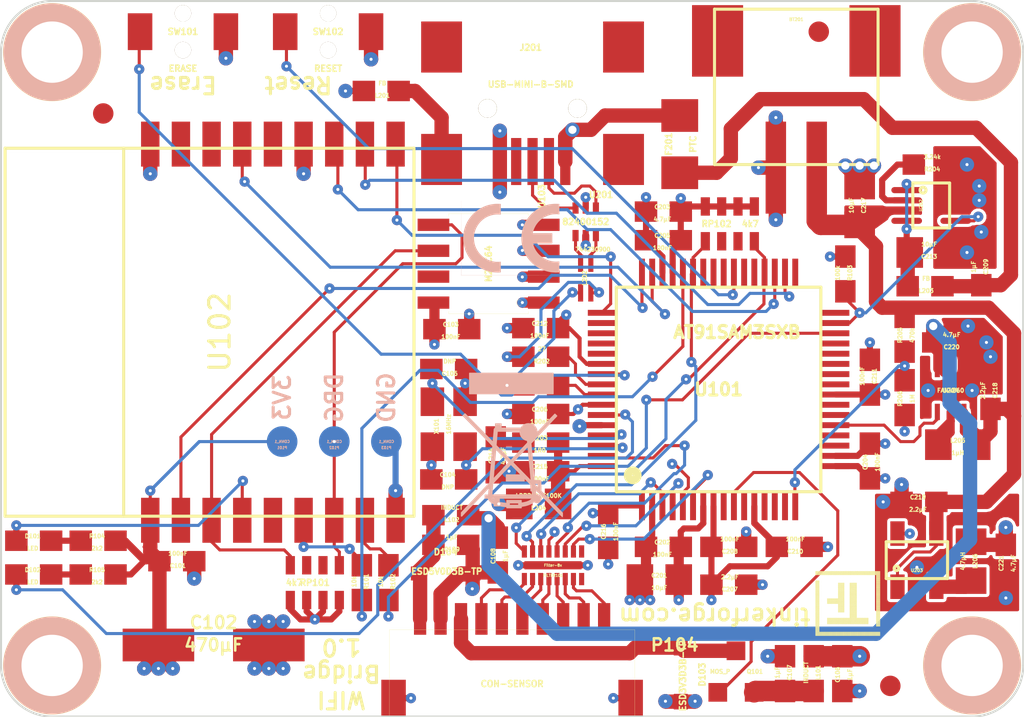
<source format=kicad_pcb>
(kicad_pcb (version 4) (host pcbnew "(2015-03-18 BZR 5525)-product")
  (layers (0 F.Cu signal hide) (1 GND signal hide) (2 VCC signal hide) (31 B.Cu signal hide) (34 B.Paste user) (35 F.Paste user) (36 B.SilkS user) (37 F.SilkS user) (38 B.Mask user) (39 F.Mask user) (44 Edge.Cuts user))
  (net 0 "")
  (net 1 GND)
  (net 2 VCC)
  (net 3 3V3)
  (net 4 "Net-(C107-Pad1)")
  (net 5 "Net-(C109-Pad1)")
  (net 6 +5V)
  (net 7 "Net-(C207-Pad1)")
  (net 8 "Net-(C209-Pad1)")
  (net 9 VBAT)
  (net 10 W-SCL)
  (net 11 W-SDA)
  (net 12 "Net-(C104-Pad1)")
  (net 13 "Net-(C105-Pad1)")
  (net 14 "Net-(C213-Pad1)")
  (net 15 "Net-(C214-Pad1)")
  (net 16 "Net-(C215-Pad1)")
  (net 17 "Net-(D101-Pad1)")
  (net 18 "Net-(D101-Pad2)")
  (net 19 "Net-(F201-Pad1)")
  (net 20 "Net-(J201-Pad6)")
  (net 21 "Net-(J201-Pad3)")
  (net 22 "Net-(J201-Pad2)")
  (net 23 "Net-(L205-Pad2)")
  (net 24 "Net-(L206-Pad1)")
  (net 25 "Net-(R101-Pad2)")
  (net 26 "Net-(R102-Pad2)")
  (net 27 "Net-(L202-Pad1)")
  (net 28 D+)
  (net 29 "Net-(L202-Pad4)")
  (net 30 D-)
  (net 31 "Net-(R204-Pad1)")
  (net 32 "Net-(SW101-Pad1)")
  (net 33 "Net-(SW102-Pad1)")
  (net 34 "Net-(L202-Pad2)")
  (net 35 "Net-(L202-Pad3)")
  (net 36 "Net-(FILTER101-Pad1)")
  (net 37 "Net-(FILTER101-Pad2)")
  (net 38 "Net-(FILTER101-Pad3)")
  (net 39 "Net-(FILTER101-Pad4)")
  (net 40 "Net-(FILTER101-Pad5)")
  (net 41 "Net-(FILTER101-Pad6)")
  (net 42 "Net-(FILTER101-Pad7)")
  (net 43 B-IO4)
  (net 44 B-IO3)
  (net 45 B-IO2)
  (net 46 B-IO1)
  (net 47 B-ADR)
  (net 48 B-SDA)
  (net 49 B-SCL)
  (net 50 SW-3V3)
  (net 51 W-IO15)
  (net 52 W-IO0)
  (net 53 W-EN)
  (net 54 W-RST)
  (net 55 W-TXD)
  (net 56 W-RXD)
  (net 57 W-GP)
  (net 58 CHST)
  (net 59 5VEN)
  (net 60 "Net-(D102-Pad1)")
  (net 61 LED)
  (net 62 "Net-(D103-Pad1)")
  (module kicad-libraries:0603E (layer F.Cu) (at 144.85 31.25 180)
    (fp_text reference C103 (at 0.05 0.225 180) (layer F.SilkS) (effects (font (size 0.2 0.2) (thickness 0.05))))
    (fp_text value 100nF (at 0.05 -0.375 180) (layer F.SilkS) (effects (font (size 0.2 0.2) (thickness 0.05))))
    (pad 1 smd rect (at -0.8501 0 180) (size 1.1 1) (layers F.Cu F.Paste F.Mask) (net 1 GND))
    (pad 2 smd rect (at 0.8501 0 180) (size 1.1 1) (layers F.Cu F.Paste F.Mask) (net 3 3V3))
  )
  (module kicad-libraries:0603E (layer F.Cu) (at 144.7 38.6 180)
    (fp_text reference C104 (at 0.05 0.225 180) (layer F.SilkS) (effects (font (size 0.2 0.2) (thickness 0.05))))
    (fp_text value DNP (at 0.05 -0.375 180) (layer F.SilkS) (effects (font (size 0.2 0.2) (thickness 0.05))))
    (pad 1 smd rect (at -0.8501 0 180) (size 1.1 1) (layers F.Cu F.Paste F.Mask) (net 12 "Net-(C104-Pad1)"))
    (pad 2 smd rect (at 0.8501 0 180) (size 1.1 1) (layers F.Cu F.Paste F.Mask) (net 1 GND))
  )
  (module kicad-libraries:0603E (layer F.Cu) (at 144.7 33.2)
    (fp_text reference C105 (at 0.05 0.225) (layer F.SilkS) (effects (font (size 0.2 0.2) (thickness 0.05))))
    (fp_text value DNP (at 0.05 -0.375) (layer F.SilkS) (effects (font (size 0.2 0.2) (thickness 0.05))))
    (pad 1 smd rect (at -0.8501 0) (size 1.1 1) (layers F.Cu F.Paste F.Mask) (net 13 "Net-(C105-Pad1)"))
    (pad 2 smd rect (at 0.8501 0) (size 1.1 1) (layers F.Cu F.Paste F.Mask) (net 1 GND))
  )
  (module kicad-libraries:0603E (layer F.Cu) (at 163.95 48.1 270)
    (fp_text reference C106 (at 0.05 0.225 270) (layer F.SilkS) (effects (font (size 0.2 0.2) (thickness 0.05))))
    (fp_text value 1µF (at 0.05 -0.375 270) (layer F.SilkS) (effects (font (size 0.2 0.2) (thickness 0.05))))
    (pad 1 smd rect (at -0.8501 0 270) (size 1.1 1) (layers F.Cu F.Paste F.Mask) (net 3 3V3))
    (pad 2 smd rect (at 0.8501 0 270) (size 1.1 1) (layers F.Cu F.Paste F.Mask) (net 1 GND))
  )
  (module kicad-libraries:0603E (layer F.Cu) (at 161.15 48.1 90)
    (fp_text reference C107 (at 0.05 0.225 90) (layer F.SilkS) (effects (font (size 0.2 0.2) (thickness 0.05))))
    (fp_text value 1µF (at 0.05 -0.375 90) (layer F.SilkS) (effects (font (size 0.2 0.2) (thickness 0.05))))
    (pad 1 smd rect (at -0.8501 0 90) (size 1.1 1) (layers F.Cu F.Paste F.Mask) (net 4 "Net-(C107-Pad1)"))
    (pad 2 smd rect (at 0.8501 0 90) (size 1.1 1) (layers F.Cu F.Paste F.Mask) (net 1 GND))
  )
  (module kicad-libraries:0603E (layer F.Cu) (at 147.1 42.3 270)
    (fp_text reference C108 (at 0.05 0.225 270) (layer F.SilkS) (effects (font (size 0.2 0.2) (thickness 0.05))))
    (fp_text value 1µF (at 0.05 -0.375 270) (layer F.SilkS) (effects (font (size 0.2 0.2) (thickness 0.05))))
    (pad 1 smd rect (at -0.8501 0 270) (size 1.1 1) (layers F.Cu F.Paste F.Mask) (net 6 +5V))
    (pad 2 smd rect (at 0.8501 0 270) (size 1.1 1) (layers F.Cu F.Paste F.Mask) (net 1 GND))
  )
  (module kicad-libraries:0603E (layer F.Cu) (at 144.8 41.8)
    (fp_text reference C109 (at 0.05 0.225) (layer F.SilkS) (effects (font (size 0.2 0.2) (thickness 0.05))))
    (fp_text value 1µF (at 0.05 -0.375) (layer F.SilkS) (effects (font (size 0.2 0.2) (thickness 0.05))))
    (pad 1 smd rect (at -0.8501 0) (size 1.1 1) (layers F.Cu F.Paste F.Mask) (net 5 "Net-(C109-Pad1)"))
    (pad 2 smd rect (at 0.8501 0) (size 1.1 1) (layers F.Cu F.Paste F.Mask) (net 1 GND))
  )
  (module kicad-libraries:0603E (layer F.Cu) (at 155.2 25.5 180)
    (fp_text reference C203 (at 0.05 0.225 180) (layer F.SilkS) (effects (font (size 0.2 0.2) (thickness 0.05))))
    (fp_text value 4.7µF (at 0.05 -0.375 180) (layer F.SilkS) (effects (font (size 0.2 0.2) (thickness 0.05))))
    (pad 1 smd rect (at -0.8501 0 180) (size 1.1 1) (layers F.Cu F.Paste F.Mask) (net 3 3V3))
    (pad 2 smd rect (at 0.8501 0 180) (size 1.1 1) (layers F.Cu F.Paste F.Mask) (net 1 GND))
  )
  (module kicad-libraries:0603E (layer F.Cu) (at 165.3 37.7 270)
    (fp_text reference C204 (at 0.05 0.225 270) (layer F.SilkS) (effects (font (size 0.2 0.2) (thickness 0.05))))
    (fp_text value 100nF (at 0.05 -0.375 270) (layer F.SilkS) (effects (font (size 0.2 0.2) (thickness 0.05))))
    (pad 1 smd rect (at -0.8501 0 270) (size 1.1 1) (layers F.Cu F.Paste F.Mask) (net 3 3V3))
    (pad 2 smd rect (at 0.8501 0 270) (size 1.1 1) (layers F.Cu F.Paste F.Mask) (net 1 GND))
  )
  (module kicad-libraries:0603E (layer F.Cu) (at 155.2 26.9 180)
    (fp_text reference C205 (at 0.05 0.225 180) (layer F.SilkS) (effects (font (size 0.2 0.2) (thickness 0.05))))
    (fp_text value 100nF (at 0.05 -0.375 180) (layer F.SilkS) (effects (font (size 0.2 0.2) (thickness 0.05))))
    (pad 1 smd rect (at -0.8501 0 180) (size 1.1 1) (layers F.Cu F.Paste F.Mask) (net 3 3V3))
    (pad 2 smd rect (at 0.8501 0 180) (size 1.1 1) (layers F.Cu F.Paste F.Mask) (net 1 GND))
  )
  (module kicad-libraries:0603E (layer F.Cu) (at 149.2 35.4 180)
    (fp_text reference C206 (at 0.05 0.225 180) (layer F.SilkS) (effects (font (size 0.2 0.2) (thickness 0.05))))
    (fp_text value 100nF (at 0.05 -0.375 180) (layer F.SilkS) (effects (font (size 0.2 0.2) (thickness 0.05))))
    (pad 1 smd rect (at -0.8501 0 180) (size 1.1 1) (layers F.Cu F.Paste F.Mask) (net 3 3V3))
    (pad 2 smd rect (at 0.8501 0 180) (size 1.1 1) (layers F.Cu F.Paste F.Mask) (net 1 GND))
  )
  (module kicad-libraries:0603E (layer F.Cu) (at 158.4 43.75)
    (fp_text reference C207 (at 0.05 0.225) (layer F.SilkS) (effects (font (size 0.2 0.2) (thickness 0.05))))
    (fp_text value 2.2µF (at 0.05 -0.375) (layer F.SilkS) (effects (font (size 0.2 0.2) (thickness 0.05))))
    (pad 1 smd rect (at -0.8501 0) (size 1.1 1) (layers F.Cu F.Paste F.Mask) (net 7 "Net-(C207-Pad1)"))
    (pad 2 smd rect (at 0.8501 0) (size 1.1 1) (layers F.Cu F.Paste F.Mask) (net 1 GND))
  )
  (module kicad-libraries:0603E (layer F.Cu) (at 158.4 41.9)
    (fp_text reference C208 (at 0.05 0.225) (layer F.SilkS) (effects (font (size 0.2 0.2) (thickness 0.05))))
    (fp_text value 100nF (at 0.05 -0.375) (layer F.SilkS) (effects (font (size 0.2 0.2) (thickness 0.05))))
    (pad 1 smd rect (at -0.8501 0) (size 1.1 1) (layers F.Cu F.Paste F.Mask) (net 7 "Net-(C207-Pad1)"))
    (pad 2 smd rect (at 0.8501 0) (size 1.1 1) (layers F.Cu F.Paste F.Mask) (net 1 GND))
  )
  (module kicad-libraries:0603E (layer F.Cu) (at 170.75 28.25 90)
    (fp_text reference C209 (at 0.05 0.225 90) (layer F.SilkS) (effects (font (size 0.2 0.2) (thickness 0.05))))
    (fp_text value 1µF (at 0.05 -0.375 90) (layer F.SilkS) (effects (font (size 0.2 0.2) (thickness 0.05))))
    (pad 1 smd rect (at -0.8501 0 90) (size 1.1 1) (layers F.Cu F.Paste F.Mask) (net 8 "Net-(C209-Pad1)"))
    (pad 2 smd rect (at 0.8501 0 90) (size 1.1 1) (layers F.Cu F.Paste F.Mask) (net 1 GND))
  )
  (module kicad-libraries:0603E (layer F.Cu) (at 162.55 48.1 90)
    (fp_text reference L101 (at 0.05 0.225 90) (layer F.SilkS) (effects (font (size 0.2 0.2) (thickness 0.05))))
    (fp_text value INDUCT (at 0.05 -0.375 90) (layer F.SilkS) (effects (font (size 0.2 0.2) (thickness 0.05))))
    (pad 1 smd rect (at -0.8501 0 90) (size 1.1 1) (layers F.Cu F.Paste F.Mask) (net 4 "Net-(C107-Pad1)"))
    (pad 2 smd rect (at 0.8501 0 90) (size 1.1 1) (layers F.Cu F.Paste F.Mask) (net 3 3V3))
  )
  (module kicad-libraries:0603E (layer F.Cu) (at 140.45 43.65 90)
    (fp_text reference R101 (at 0.05 0.225 90) (layer F.SilkS) (effects (font (size 0.2 0.2) (thickness 0.05))))
    (fp_text value 10k (at 0.05 -0.375 90) (layer F.SilkS) (effects (font (size 0.2 0.2) (thickness 0.05))))
    (pad 1 smd rect (at -0.8501 0 90) (size 1.1 1) (layers F.Cu F.Paste F.Mask) (net 51 W-IO15))
    (pad 2 smd rect (at 0.8501 0 90) (size 1.1 1) (layers F.Cu F.Paste F.Mask) (net 25 "Net-(R101-Pad2)"))
  )
  (module kicad-libraries:0603E (layer F.Cu) (at 141.75 43.65 90)
    (fp_text reference R102 (at 0.05 0.225 90) (layer F.SilkS) (effects (font (size 0.2 0.2) (thickness 0.05))))
    (fp_text value 10k (at 0.05 -0.375 90) (layer F.SilkS) (effects (font (size 0.2 0.2) (thickness 0.05))))
    (pad 1 smd rect (at -0.8501 0 90) (size 1.1 1) (layers F.Cu F.Paste F.Mask) (net 52 W-IO0))
    (pad 2 smd rect (at 0.8501 0 90) (size 1.1 1) (layers F.Cu F.Paste F.Mask) (net 26 "Net-(R102-Pad2)"))
  )
  (module kicad-libraries:0603E (layer F.Cu) (at 164.1 28.55 90)
    (fp_text reference R103 (at 0.05 0.225 90) (layer F.SilkS) (effects (font (size 0.2 0.2) (thickness 0.05))))
    (fp_text value 100k (at 0.05 -0.375 90) (layer F.SilkS) (effects (font (size 0.2 0.2) (thickness 0.05))))
    (pad 1 smd rect (at -0.8501 0 90) (size 1.1 1) (layers F.Cu F.Paste F.Mask) (net 58 CHST))
    (pad 2 smd rect (at 0.8501 0 90) (size 1.1 1) (layers F.Cu F.Paste F.Mask) (net 3 3V3))
  )
  (module kicad-libraries:0603E (layer F.Cu) (at 149.2 34)
    (fp_text reference R201 (at 0.05 0.225) (layer F.SilkS) (effects (font (size 0.2 0.2) (thickness 0.05))))
    (fp_text value 27 (at 0.05 -0.375) (layer F.SilkS) (effects (font (size 0.2 0.2) (thickness 0.05))))
    (pad 1 smd rect (at -0.8501 0) (size 1.1 1) (layers F.Cu F.Paste F.Mask) (net 27 "Net-(L202-Pad1)"))
    (pad 2 smd rect (at 0.8501 0) (size 1.1 1) (layers F.Cu F.Paste F.Mask) (net 28 D+))
  )
  (module kicad-libraries:0603E (layer F.Cu) (at 149.2 32.6)
    (fp_text reference R202 (at 0.05 0.225) (layer F.SilkS) (effects (font (size 0.2 0.2) (thickness 0.05))))
    (fp_text value 27 (at 0.05 -0.375) (layer F.SilkS) (effects (font (size 0.2 0.2) (thickness 0.05))))
    (pad 1 smd rect (at -0.8501 0) (size 1.1 1) (layers F.Cu F.Paste F.Mask) (net 29 "Net-(L202-Pad4)"))
    (pad 2 smd rect (at 0.8501 0) (size 1.1 1) (layers F.Cu F.Paste F.Mask) (net 30 D-))
  )
  (module kicad-libraries:0603E (layer F.Cu) (at 149.2 36.8 180)
    (fp_text reference R203 (at 0.05 0.225 180) (layer F.SilkS) (effects (font (size 0.2 0.2) (thickness 0.05))))
    (fp_text value 1R0 (at 0.05 -0.375 180) (layer F.SilkS) (effects (font (size 0.2 0.2) (thickness 0.05))))
    (pad 1 smd rect (at -0.8501 0 180) (size 1.1 1) (layers F.Cu F.Paste F.Mask) (net 16 "Net-(C215-Pad1)"))
    (pad 2 smd rect (at 0.8501 0 180) (size 1.1 1) (layers F.Cu F.Paste F.Mask) (net 15 "Net-(C214-Pad1)"))
  )
  (module kicad-libraries:LQFP64 (layer F.Cu) (at 157.9 34.2)
    (fp_text reference U101 (at 0 0) (layer F.SilkS) (effects (font (size 0.59944 0.59944) (thickness 0.14986))))
    (fp_text value AT91SAM3SXB (at 0.9 -2.8) (layer F.SilkS) (effects (font (size 0.59944 0.59944) (thickness 0.14986))))
    (pad 1 smd rect (at -3.74904 5.72262 180) (size 0.28956 1.34874) (layers F.Cu F.Paste F.Mask) (net 3 3V3))
    (pad 2 smd rect (at -3.24866 5.72262 180) (size 0.28956 1.34874) (layers F.Cu F.Paste F.Mask) (net 1 GND))
    (pad 3 smd rect (at -2.74828 5.72262 180) (size 0.28956 1.34874) (layers F.Cu F.Paste F.Mask) (net 47 B-ADR))
    (pad 4 smd rect (at -2.2479 5.72262 180) (size 0.28956 1.34874) (layers F.Cu F.Paste F.Mask) (net 44 B-IO3))
    (pad 5 smd rect (at -1.74752 5.72262 180) (size 0.28956 1.34874) (layers F.Cu F.Paste F.Mask) (net 46 B-IO1))
    (pad 6 smd rect (at -1.24968 5.72262 180) (size 0.28956 1.34874) (layers F.Cu F.Paste F.Mask) (net 43 B-IO4))
    (pad 7 smd rect (at -0.7493 5.72262 180) (size 0.28956 1.34874) (layers F.Cu F.Paste F.Mask) (net 3 3V3))
    (pad 8 smd rect (at -0.24892 5.72262 180) (size 0.28956 1.34874) (layers F.Cu F.Paste F.Mask) (net 7 "Net-(C207-Pad1)"))
    (pad 9 smd rect (at 0.24892 5.72262 180) (size 0.28956 1.34874) (layers F.Cu F.Paste F.Mask))
    (pad 10 smd rect (at 0.7493 5.72262 180) (size 0.28956 1.34874) (layers F.Cu F.Paste F.Mask) (net 50 SW-3V3))
    (pad 11 smd rect (at 1.24968 5.72262 180) (size 0.28956 1.34874) (layers F.Cu F.Paste F.Mask))
    (pad 12 smd rect (at 1.74752 5.72262 180) (size 0.28956 1.34874) (layers F.Cu F.Paste F.Mask) (net 7 "Net-(C207-Pad1)"))
    (pad 13 smd rect (at 2.2479 5.72262 180) (size 0.28956 1.34874) (layers F.Cu F.Paste F.Mask))
    (pad 14 smd rect (at 2.74828 5.72262 180) (size 0.28956 1.34874) (layers F.Cu F.Paste F.Mask))
    (pad 15 smd rect (at 3.24866 5.72262 180) (size 0.28956 1.34874) (layers F.Cu F.Paste F.Mask))
    (pad 16 smd rect (at 3.74904 5.72262 180) (size 0.28956 1.34874) (layers F.Cu F.Paste F.Mask) (net 9 VBAT))
    (pad 17 smd rect (at 5.72262 3.74904 270) (size 0.28956 1.34874) (layers F.Cu F.Paste F.Mask) (net 1 GND))
    (pad 18 smd rect (at 5.72262 3.24866 270) (size 0.28956 1.34874) (layers F.Cu F.Paste F.Mask) (net 3 3V3))
    (pad 19 smd rect (at 5.72262 2.74828 270) (size 0.28956 1.34874) (layers F.Cu F.Paste F.Mask))
    (pad 20 smd rect (at 5.72262 2.2479 270) (size 0.28956 1.34874) (layers F.Cu F.Paste F.Mask))
    (pad 21 smd rect (at 5.72262 1.74752 270) (size 0.28956 1.34874) (layers F.Cu F.Paste F.Mask) (net 59 5VEN))
    (pad 22 smd rect (at 5.72262 1.24968 270) (size 0.28956 1.34874) (layers F.Cu F.Paste F.Mask))
    (pad 23 smd rect (at 5.72262 0.7493 270) (size 0.28956 1.34874) (layers F.Cu F.Paste F.Mask))
    (pad 24 smd rect (at 5.72262 0.24892 270) (size 0.28956 1.34874) (layers F.Cu F.Paste F.Mask) (net 7 "Net-(C207-Pad1)"))
    (pad 25 smd rect (at 5.72262 -0.24892 270) (size 0.28956 1.34874) (layers F.Cu F.Paste F.Mask))
    (pad 26 smd rect (at 5.72262 -0.7493 270) (size 0.28956 1.34874) (layers F.Cu F.Paste F.Mask))
    (pad 27 smd rect (at 5.72262 -1.24968 270) (size 0.28956 1.34874) (layers F.Cu F.Paste F.Mask))
    (pad 28 smd rect (at 5.72262 -1.74752 270) (size 0.28956 1.34874) (layers F.Cu F.Paste F.Mask))
    (pad 29 smd rect (at 5.72262 -2.2479 270) (size 0.28956 1.34874) (layers F.Cu F.Paste F.Mask))
    (pad 30 smd rect (at 5.72262 -2.74828 270) (size 0.28956 1.34874) (layers F.Cu F.Paste F.Mask) (net 52 W-IO0))
    (pad 31 smd rect (at 5.72262 -3.24866 270) (size 0.28956 1.34874) (layers F.Cu F.Paste F.Mask) (net 58 CHST))
    (pad 32 smd rect (at 5.72262 -3.74904 270) (size 0.28956 1.34874) (layers F.Cu F.Paste F.Mask))
    (pad 33 smd rect (at 3.74904 -5.72262) (size 0.28956 1.34874) (layers F.Cu F.Paste F.Mask))
    (pad 34 smd rect (at 3.24866 -5.72262) (size 0.28956 1.34874) (layers F.Cu F.Paste F.Mask) (net 56 W-RXD))
    (pad 35 smd rect (at 2.74828 -5.72262) (size 0.28956 1.34874) (layers F.Cu F.Paste F.Mask) (net 55 W-TXD))
    (pad 36 smd rect (at 2.2479 -5.72262) (size 0.28956 1.34874) (layers F.Cu F.Paste F.Mask) (net 49 B-SCL))
    (pad 37 smd rect (at 1.74752 -5.72262) (size 0.28956 1.34874) (layers F.Cu F.Paste F.Mask))
    (pad 38 smd rect (at 1.24968 -5.72262) (size 0.28956 1.34874) (layers F.Cu F.Paste F.Mask))
    (pad 39 smd rect (at 0.7493 -5.72262) (size 0.28956 1.34874) (layers F.Cu F.Paste F.Mask) (net 33 "Net-(SW102-Pad1)"))
    (pad 40 smd rect (at 0.24892 -5.72262) (size 0.28956 1.34874) (layers F.Cu F.Paste F.Mask))
    (pad 41 smd rect (at -0.24892 -5.72262) (size 0.28956 1.34874) (layers F.Cu F.Paste F.Mask))
    (pad 42 smd rect (at -0.7493 -5.72262) (size 0.28956 1.34874) (layers F.Cu F.Paste F.Mask))
    (pad 43 smd rect (at -1.24968 -5.72262) (size 0.28956 1.34874) (layers F.Cu F.Paste F.Mask) (net 48 B-SDA))
    (pad 44 smd rect (at -1.74752 -5.72262) (size 0.28956 1.34874) (layers F.Cu F.Paste F.Mask) (net 51 W-IO15))
    (pad 45 smd rect (at -2.2479 -5.72262) (size 0.28956 1.34874) (layers F.Cu F.Paste F.Mask) (net 3 3V3))
    (pad 46 smd rect (at -2.74828 -5.72262) (size 0.28956 1.34874) (layers F.Cu F.Paste F.Mask) (net 1 GND))
    (pad 47 smd rect (at -3.24866 -5.72262) (size 0.28956 1.34874) (layers F.Cu F.Paste F.Mask) (net 54 W-RST))
    (pad 48 smd rect (at -3.74904 -5.72262) (size 0.28956 1.34874) (layers F.Cu F.Paste F.Mask) (net 53 W-EN))
    (pad 49 smd rect (at -5.72262 -3.74904 90) (size 0.28956 1.34874) (layers F.Cu F.Paste F.Mask) (net 57 W-GP))
    (pad 50 smd rect (at -5.72262 -3.24866 90) (size 0.28956 1.34874) (layers F.Cu F.Paste F.Mask))
    (pad 51 smd rect (at -5.72262 -2.74828 90) (size 0.28956 1.34874) (layers F.Cu F.Paste F.Mask))
    (pad 52 smd rect (at -5.72262 -2.2479 90) (size 0.28956 1.34874) (layers F.Cu F.Paste F.Mask))
    (pad 53 smd rect (at -5.72262 -1.74752 90) (size 0.28956 1.34874) (layers F.Cu F.Paste F.Mask))
    (pad 54 smd rect (at -5.72262 -1.24968 90) (size 0.28956 1.34874) (layers F.Cu F.Paste F.Mask) (net 7 "Net-(C207-Pad1)"))
    (pad 55 smd rect (at -5.72262 -0.7493 90) (size 0.28956 1.34874) (layers F.Cu F.Paste F.Mask) (net 32 "Net-(SW101-Pad1)"))
    (pad 56 smd rect (at -5.72262 -0.24892 90) (size 0.28956 1.34874) (layers F.Cu F.Paste F.Mask) (net 30 D-))
    (pad 57 smd rect (at -5.72262 0.24892 90) (size 0.28956 1.34874) (layers F.Cu F.Paste F.Mask) (net 28 D+))
    (pad 58 smd rect (at -5.72262 0.7493 90) (size 0.28956 1.34874) (layers F.Cu F.Paste F.Mask) (net 3 3V3))
    (pad 59 smd rect (at -5.72262 1.24968 90) (size 0.28956 1.34874) (layers F.Cu F.Paste F.Mask) (net 61 LED))
    (pad 60 smd rect (at -5.72262 1.74752 90) (size 0.28956 1.34874) (layers F.Cu F.Paste F.Mask) (net 1 GND))
    (pad 61 smd rect (at -5.72262 2.2479 90) (size 0.28956 1.34874) (layers F.Cu F.Paste F.Mask) (net 13 "Net-(C105-Pad1)"))
    (pad 62 smd rect (at -5.72262 2.74828 90) (size 0.28956 1.34874) (layers F.Cu F.Paste F.Mask) (net 12 "Net-(C104-Pad1)"))
    (pad 63 smd rect (at -5.72262 3.24866 90) (size 0.28956 1.34874) (layers F.Cu F.Paste F.Mask) (net 45 B-IO2))
    (pad 64 smd rect (at -5.72262 3.74904 90) (size 0.28956 1.34874) (layers F.Cu F.Paste F.Mask) (net 16 "Net-(C215-Pad1)"))
  )
  (module kicad-libraries:JST-PH-SM4-2 (layer F.Cu) (at 161.7 15.6)
    (fp_text reference BT201 (at 0 0.5) (layer F.SilkS) (effects (font (size 0.15 0.15) (thickness 0.0375))))
    (fp_text value BATTERY)
    (pad 2 smd rect (at -1 7.75) (size 1 4.5) (layers F.Cu F.Paste F.Mask) (net 1 GND))
    (pad 1 smd rect (at 1 7.75) (size 1 4.5) (layers F.Cu F.Paste F.Mask) (net 2 VCC))
    (pad "" connect rect (at 3.85 1.55) (size 2.5 3.5) (layers F.Cu F.Mask))
    (pad "" connect rect (at -3.85 1.55) (size 2.5 3.5) (layers F.Cu F.Mask))
  )
  (module kicad-libraries:0603E (layer F.Cu) (at 161.6 41.9)
    (fp_text reference C210 (at 0.05 0.225) (layer F.SilkS) (effects (font (size 0.2 0.2) (thickness 0.05))))
    (fp_text value 100nF (at 0.05 -0.375) (layer F.SilkS) (effects (font (size 0.2 0.2) (thickness 0.05))))
    (pad 1 smd rect (at -0.8501 0) (size 1.1 1) (layers F.Cu F.Paste F.Mask) (net 7 "Net-(C207-Pad1)"))
    (pad 2 smd rect (at 0.8501 0) (size 1.1 1) (layers F.Cu F.Paste F.Mask) (net 1 GND))
  )
  (module kicad-libraries:0603E (layer F.Cu) (at 165.3 33.6 90)
    (fp_text reference C211 (at 0.05 0.225 90) (layer F.SilkS) (effects (font (size 0.2 0.2) (thickness 0.05))))
    (fp_text value 100nF (at 0.05 -0.375 90) (layer F.SilkS) (effects (font (size 0.2 0.2) (thickness 0.05))))
    (pad 1 smd rect (at -0.8501 0 90) (size 1.1 1) (layers F.Cu F.Paste F.Mask) (net 7 "Net-(C207-Pad1)"))
    (pad 2 smd rect (at 0.8501 0 90) (size 1.1 1) (layers F.Cu F.Paste F.Mask) (net 1 GND))
  )
  (module kicad-libraries:0603E (layer F.Cu) (at 149.2 31.2 180)
    (fp_text reference C212 (at 0.05 0.225 180) (layer F.SilkS) (effects (font (size 0.2 0.2) (thickness 0.05))))
    (fp_text value 100nF (at 0.05 -0.375 180) (layer F.SilkS) (effects (font (size 0.2 0.2) (thickness 0.05))))
    (pad 1 smd rect (at -0.8501 0 180) (size 1.1 1) (layers F.Cu F.Paste F.Mask) (net 7 "Net-(C207-Pad1)"))
    (pad 2 smd rect (at 0.8501 0 180) (size 1.1 1) (layers F.Cu F.Paste F.Mask) (net 1 GND))
  )
  (module kicad-libraries:0805E (layer F.Cu) (at 168.2 27.5)
    (fp_text reference C213 (at 0 0.2) (layer F.SilkS) (effects (font (size 0.2 0.2) (thickness 0.05))))
    (fp_text value 10µF (at 0 -0.4) (layer F.SilkS) (effects (font (size 0.2 0.2) (thickness 0.05))))
    (pad 1 smd rect (at -0.95 0) (size 1.3 1.5) (layers F.Cu F.Paste F.Mask) (net 14 "Net-(C213-Pad1)") (clearance 0.14986))
    (pad 2 smd rect (at 0.95 0) (size 1.3 1.5) (layers F.Cu F.Paste F.Mask) (net 1 GND) (clearance 0.14986))
  )
  (module kicad-libraries:0603E (layer F.Cu) (at 147 37.4 270)
    (fp_text reference C214 (at 0.05 0.225 270) (layer F.SilkS) (effects (font (size 0.2 0.2) (thickness 0.05))))
    (fp_text value 4.7µF (at 0.05 -0.375 270) (layer F.SilkS) (effects (font (size 0.2 0.2) (thickness 0.05))))
    (pad 1 smd rect (at -0.8501 0 270) (size 1.1 1) (layers F.Cu F.Paste F.Mask) (net 15 "Net-(C214-Pad1)"))
    (pad 2 smd rect (at 0.8501 0 270) (size 1.1 1) (layers F.Cu F.Paste F.Mask) (net 1 GND))
  )
  (module kicad-libraries:0603E (layer F.Cu) (at 149.2 38.2 180)
    (fp_text reference C215 (at 0.05 0.225 180) (layer F.SilkS) (effects (font (size 0.2 0.2) (thickness 0.05))))
    (fp_text value 100nF (at 0.05 -0.375 180) (layer F.SilkS) (effects (font (size 0.2 0.2) (thickness 0.05))))
    (pad 1 smd rect (at -0.8501 0 180) (size 1.1 1) (layers F.Cu F.Paste F.Mask) (net 16 "Net-(C215-Pad1)"))
    (pad 2 smd rect (at 0.8501 0 180) (size 1.1 1) (layers F.Cu F.Paste F.Mask) (net 1 GND))
  )
  (module kicad-libraries:0603E (layer F.Cu) (at 152.5 41.1 270)
    (fp_text reference C216 (at 0.05 0.225 270) (layer F.SilkS) (effects (font (size 0.2 0.2) (thickness 0.05))))
    (fp_text value 100nF (at 0.05 -0.375 270) (layer F.SilkS) (effects (font (size 0.2 0.2) (thickness 0.05))))
    (pad 1 smd rect (at -0.8501 0 270) (size 1.1 1) (layers F.Cu F.Paste F.Mask) (net 3 3V3))
    (pad 2 smd rect (at 0.8501 0 270) (size 1.1 1) (layers F.Cu F.Paste F.Mask) (net 1 GND))
  )
  (module kicad-libraries:0805E (layer F.Cu) (at 164.8 25.2 90)
    (fp_text reference C217 (at 0 0.2 90) (layer F.SilkS) (effects (font (size 0.2 0.2) (thickness 0.05))))
    (fp_text value 10µF (at 0 -0.4 90) (layer F.SilkS) (effects (font (size 0.2 0.2) (thickness 0.05))))
    (pad 1 smd rect (at -0.95 0 90) (size 1.3 1.5) (layers F.Cu F.Paste F.Mask) (net 2 VCC) (clearance 0.14986))
    (pad 2 smd rect (at 0.95 0 90) (size 1.3 1.5) (layers F.Cu F.Paste F.Mask) (net 1 GND) (clearance 0.14986))
  )
  (module kicad-libraries:0603E (layer F.Cu) (at 171.2 34.3 90)
    (fp_text reference C218 (at 0.05 0.225 90) (layer F.SilkS) (effects (font (size 0.2 0.2) (thickness 0.05))))
    (fp_text value 2.2µF (at 0.05 -0.375 90) (layer F.SilkS) (effects (font (size 0.2 0.2) (thickness 0.05))))
    (pad 1 smd rect (at -0.8501 0 90) (size 1.1 1) (layers F.Cu F.Paste F.Mask) (net 2 VCC))
    (pad 2 smd rect (at 0.8501 0 90) (size 1.1 1) (layers F.Cu F.Paste F.Mask) (net 1 GND))
  )
  (module kicad-libraries:0603E (layer F.Cu) (at 167.7 39.7 180)
    (fp_text reference C219 (at 0.05 0.225 180) (layer F.SilkS) (effects (font (size 0.2 0.2) (thickness 0.05))))
    (fp_text value 2.2µF (at 0.05 -0.375 180) (layer F.SilkS) (effects (font (size 0.2 0.2) (thickness 0.05))))
    (pad 1 smd rect (at -0.8501 0 180) (size 1.1 1) (layers F.Cu F.Paste F.Mask) (net 2 VCC))
    (pad 2 smd rect (at 0.8501 0 180) (size 1.1 1) (layers F.Cu F.Paste F.Mask) (net 1 GND))
  )
  (module kicad-libraries:0603E (layer F.Cu) (at 169.25 31.9)
    (fp_text reference C220 (at 0.05 0.225) (layer F.SilkS) (effects (font (size 0.2 0.2) (thickness 0.05))))
    (fp_text value 4.7µF (at 0.05 -0.375) (layer F.SilkS) (effects (font (size 0.2 0.2) (thickness 0.05))))
    (pad 1 smd rect (at -0.8501 0) (size 1.1 1) (layers F.Cu F.Paste F.Mask) (net 6 +5V))
    (pad 2 smd rect (at 0.8501 0) (size 1.1 1) (layers F.Cu F.Paste F.Mask) (net 1 GND))
  )
  (module kicad-libraries:0603E (layer F.Cu) (at 171.95 42.65 270)
    (fp_text reference C221 (at 0.05 0.225 270) (layer F.SilkS) (effects (font (size 0.2 0.2) (thickness 0.05))))
    (fp_text value 4.7µF (at 0.05 -0.375 270) (layer F.SilkS) (effects (font (size 0.2 0.2) (thickness 0.05))))
    (pad 1 smd rect (at -0.8501 0 270) (size 1.1 1) (layers F.Cu F.Paste F.Mask) (net 3 3V3))
    (pad 2 smd rect (at 0.8501 0 270) (size 1.1 1) (layers F.Cu F.Paste F.Mask) (net 1 GND))
  )
  (module kicad-libraries:1206E (layer F.Cu) (at 156 22.2 270)
    (fp_text reference F201 (at 0 0.5375 270) (layer F.SilkS) (effects (font (size 0.3 0.3) (thickness 0.075))))
    (fp_text value PTC (at 0 -0.65 270) (layer F.SilkS) (effects (font (size 0.3 0.3) (thickness 0.075))))
    (pad 1 smd rect (at -1.4 0 270) (size 1.6 1.8) (layers F.Cu F.Paste F.Mask) (net 19 "Net-(F201-Pad1)"))
    (pad 2 smd rect (at 1.4 0 270) (size 1.6 1.8) (layers F.Cu F.Paste F.Mask) (net 8 "Net-(C209-Pad1)"))
  )
  (module kicad-libraries:DFN16-33x135 (layer F.Cu) (at 149.8 42.8 180)
    (fp_text reference FILTER101 (at 0 -0.5 180) (layer F.SilkS) (effects (font (size 0.127 0.127) (thickness 0.03175))))
    (fp_text value Filter-8x (at 0 0 180) (layer F.SilkS) (effects (font (size 0.127 0.127) (thickness 0.03175))))
    (pad 1 smd rect (at 1.4 -0.675 180) (size 0.25 0.6) (layers F.Cu F.Paste F.Mask) (net 36 "Net-(FILTER101-Pad1)"))
    (pad 2 smd rect (at 1 -0.675 180) (size 0.25 0.6) (layers F.Cu F.Paste F.Mask) (net 37 "Net-(FILTER101-Pad2)"))
    (pad 3 smd rect (at 0.6 -0.675 180) (size 0.25 0.6) (layers F.Cu F.Paste F.Mask) (net 38 "Net-(FILTER101-Pad3)"))
    (pad 4 smd rect (at 0.2 -0.675 180) (size 0.25 0.6) (layers F.Cu F.Paste F.Mask) (net 39 "Net-(FILTER101-Pad4)"))
    (pad 5 smd rect (at -0.2 -0.675 180) (size 0.25 0.6) (layers F.Cu F.Paste F.Mask) (net 40 "Net-(FILTER101-Pad5)"))
    (pad 6 smd rect (at -0.6 -0.675 180) (size 0.25 0.6) (layers F.Cu F.Paste F.Mask) (net 41 "Net-(FILTER101-Pad6)"))
    (pad 7 smd rect (at -1 -0.675 180) (size 0.25 0.6) (layers F.Cu F.Paste F.Mask) (net 42 "Net-(FILTER101-Pad7)"))
    (pad 8 smd rect (at -1.4 -0.675 180) (size 0.25 0.6) (layers F.Cu F.Paste F.Mask))
    (pad 9 smd rect (at -1.4 0.675 180) (size 0.25 0.6) (layers F.Cu F.Paste F.Mask))
    (pad 10 smd rect (at -1 0.675 180) (size 0.25 0.6) (layers F.Cu F.Paste F.Mask) (net 43 B-IO4))
    (pad 11 smd rect (at -0.6 0.675 180) (size 0.25 0.6) (layers F.Cu F.Paste F.Mask) (net 44 B-IO3))
    (pad 12 smd rect (at -0.2 0.675 180) (size 0.25 0.6) (layers F.Cu F.Paste F.Mask) (net 45 B-IO2))
    (pad 13 smd rect (at 0.2 0.675 180) (size 0.25 0.6) (layers F.Cu F.Paste F.Mask) (net 46 B-IO1))
    (pad 14 smd rect (at 0.6 0.675 180) (size 0.25 0.6) (layers F.Cu F.Paste F.Mask) (net 47 B-ADR))
    (pad 15 smd rect (at 1 0.675 180) (size 0.25 0.6) (layers F.Cu F.Paste F.Mask) (net 48 B-SDA))
    (pad 16 smd rect (at 1.4 0.675 180) (size 0.25 0.6) (layers F.Cu F.Paste F.Mask) (net 49 B-SCL))
    (pad EXP smd rect (at 0 0 180) (size 2.8 0.4) (layers F.Cu F.Paste F.Mask) (net 1 GND))
  )
  (module kicad-libraries:USB-MINI-B-SMD (layer F.Cu) (at 148.8 15.2)
    (fp_text reference J201 (at -0.0891 2.275) (layer F.SilkS) (effects (font (size 0.29972 0.29972) (thickness 0.0762))))
    (fp_text value USB-MINI-B-SMD (at -0.0891 4.075) (layer F.SilkS) (effects (font (size 0.29972 0.29972) (thickness 0.0762))))
    (pad "" smd rect (at 4.45008 2.25044) (size 1.99898 2.49936) (layers F.Cu F.Paste F.Mask) (clearance 0.14986))
    (pad "" smd rect (at 4.45008 7.74954) (size 1.99898 2.49936) (layers F.Cu F.Paste F.Mask))
    (pad 6 smd rect (at -4.45008 7.74954) (size 1.99898 2.49936) (layers F.Cu F.Paste F.Mask) (net 20 "Net-(J201-Pad6)"))
    (pad "" smd rect (at -4.45008 2.25044) (size 1.99898 2.49936) (layers F.Cu F.Paste F.Mask))
    (pad "" thru_hole circle (at 2.19964 5.25018) (size 0.90932 0.90932) (drill 0.89916) (layers *.Cu *.Mask F.SilkS) (clearance 0.14986))
    (pad "" thru_hole circle (at -2.19964 5.25018) (size 0.90932 0.90932) (drill 0.89916) (layers *.Cu *.Mask F.SilkS) (clearance 0.14986))
    (pad 5 smd rect (at -1.6002 7.85114) (size 0.50038 2.30124) (layers F.Cu F.Paste F.Mask) (net 1 GND) (clearance 0.14986))
    (pad 4 smd rect (at -0.8001 7.85114) (size 0.50038 2.30124) (layers F.Cu F.Paste F.Mask) (clearance 0.14986))
    (pad 3 smd rect (at 0 7.85114) (size 0.50038 2.30124) (layers F.Cu F.Paste F.Mask) (net 21 "Net-(J201-Pad3)") (clearance 0.14986))
    (pad 2 smd rect (at 0.8001 7.85114) (size 0.50038 2.30124) (layers F.Cu F.Paste F.Mask) (net 22 "Net-(J201-Pad2)") (clearance 0.14986))
    (pad 1 smd rect (at 1.6002 7.85114) (size 0.50038 2.30124) (layers F.Cu F.Paste F.Mask) (net 19 "Net-(F201-Pad1)") (clearance 0.14986))
  )
  (module kicad-libraries:0603E (layer F.Cu) (at 168 29.15)
    (fp_text reference L203 (at 0.05 0.225) (layer F.SilkS) (effects (font (size 0.2 0.2) (thickness 0.05))))
    (fp_text value FB (at 0.05 -0.375) (layer F.SilkS) (effects (font (size 0.2 0.2) (thickness 0.05))))
    (pad 1 smd rect (at -0.8501 0) (size 1.1 1) (layers F.Cu F.Paste F.Mask) (net 14 "Net-(C213-Pad1)"))
    (pad 2 smd rect (at 0.8501 0) (size 1.1 1) (layers F.Cu F.Paste F.Mask) (net 8 "Net-(C209-Pad1)"))
  )
  (module kicad-libraries:0805E (layer F.Cu) (at 149.1 39.8)
    (fp_text reference L204 (at 0 0.2) (layer F.SilkS) (effects (font (size 0.2 0.2) (thickness 0.05))))
    (fp_text value LBR2012T100K (at 0 -0.4) (layer F.SilkS) (effects (font (size 0.2 0.2) (thickness 0.05))))
    (pad 1 smd rect (at -0.95 0) (size 1.3 1.5) (layers F.Cu F.Paste F.Mask) (net 7 "Net-(C207-Pad1)") (clearance 0.14986))
    (pad 2 smd rect (at 0.95 0) (size 1.3 1.5) (layers F.Cu F.Paste F.Mask) (net 16 "Net-(C215-Pad1)") (clearance 0.14986))
  )
  (module kicad-libraries:0805E (layer F.Cu) (at 169.6 36.9 180)
    (fp_text reference L205 (at 0 0.2 180) (layer F.SilkS) (effects (font (size 0.2 0.2) (thickness 0.05))))
    (fp_text value 1µH (at 0 -0.4 180) (layer F.SilkS) (effects (font (size 0.2 0.2) (thickness 0.05))))
    (pad 1 smd rect (at -0.95 0 180) (size 1.3 1.5) (layers F.Cu F.Paste F.Mask) (net 2 VCC) (clearance 0.14986))
    (pad 2 smd rect (at 0.95 0 180) (size 1.3 1.5) (layers F.Cu F.Paste F.Mask) (net 23 "Net-(L205-Pad2)") (clearance 0.14986))
  )
  (module kicad-libraries:0805E (layer F.Cu) (at 170.25 42.6 90)
    (fp_text reference L206 (at 0 0.2 90) (layer F.SilkS) (effects (font (size 0.2 0.2) (thickness 0.05))))
    (fp_text value 4.7µH (at 0 -0.4 90) (layer F.SilkS) (effects (font (size 0.2 0.2) (thickness 0.05))))
    (pad 1 smd rect (at -0.95 0 90) (size 1.3 1.5) (layers F.Cu F.Paste F.Mask) (net 24 "Net-(L206-Pad1)") (clearance 0.14986))
    (pad 2 smd rect (at 0.95 0 90) (size 1.3 1.5) (layers F.Cu F.Paste F.Mask) (net 3 3V3) (clearance 0.14986))
  )
  (module kicad-libraries:SOT23GDS (layer F.Cu) (at 158.75 48 180)
    (fp_text reference Q101 (at -0.925 0 180) (layer F.SilkS) (effects (font (size 0.2 0.2) (thickness 0.05))))
    (fp_text value MOS_P (at 0.775 0 180) (layer F.SilkS) (effects (font (size 0.2 0.2) (thickness 0.05))))
    (pad S smd rect (at -0.889 -1.016 180) (size 0.9144 0.9144) (layers F.Cu F.Paste F.Mask) (net 4 "Net-(C107-Pad1)"))
    (pad G smd rect (at 0.889 -1.016 180) (size 0.9144 0.9144) (layers F.Cu F.Paste F.Mask) (net 50 SW-3V3))
    (pad D smd rect (at 0 1.016 180) (size 0.9144 0.9144) (layers F.Cu F.Paste F.Mask) (net 62 "Net-(D103-Pad1)"))
  )
  (module kicad-libraries:0603E (layer F.Cu) (at 168.3 23.2)
    (fp_text reference R204 (at 0.05 0.225) (layer F.SilkS) (effects (font (size 0.2 0.2) (thickness 0.05))))
    (fp_text value 3.24k (at 0.05 -0.375) (layer F.SilkS) (effects (font (size 0.2 0.2) (thickness 0.05))))
    (pad 1 smd rect (at -0.8501 0) (size 1.1 1) (layers F.Cu F.Paste F.Mask) (net 31 "Net-(R204-Pad1)"))
    (pad 2 smd rect (at 0.8501 0) (size 1.1 1) (layers F.Cu F.Paste F.Mask) (net 1 GND))
  )
  (module kicad-libraries:0603E (layer F.Cu) (at 167 31.5 270)
    (fp_text reference R205 (at 0.05 0.225 270) (layer F.SilkS) (effects (font (size 0.2 0.2) (thickness 0.05))))
    (fp_text value 470k (at 0.05 -0.375 270) (layer F.SilkS) (effects (font (size 0.2 0.2) (thickness 0.05))))
    (pad 1 smd rect (at -0.8501 0 270) (size 1.1 1) (layers F.Cu F.Paste F.Mask) (net 2 VCC))
    (pad 2 smd rect (at 0.8501 0 270) (size 1.1 1) (layers F.Cu F.Paste F.Mask) (net 9 VBAT))
  )
  (module kicad-libraries:0603E (layer F.Cu) (at 167 34.6 270)
    (fp_text reference R206 (at 0.05 0.225 270) (layer F.SilkS) (effects (font (size 0.2 0.2) (thickness 0.05))))
    (fp_text value 1M (at 0.05 -0.375 270) (layer F.SilkS) (effects (font (size 0.2 0.2) (thickness 0.05))))
    (pad 1 smd rect (at -0.8501 0 270) (size 1.1 1) (layers F.Cu F.Paste F.Mask) (net 9 VBAT))
    (pad 2 smd rect (at 0.8501 0 270) (size 1.1 1) (layers F.Cu F.Paste F.Mask) (net 1 GND))
  )
  (module kicad-libraries:0603X4 (layer F.Cu) (at 138.15 43.65 180)
    (fp_text reference RP101 (at 0 0 180) (layer F.SilkS) (effects (font (size 0.29972 0.29972) (thickness 0.0762))))
    (fp_text value 4k7 (at 1.00076 0 180) (layer F.SilkS) (effects (font (size 0.29972 0.29972) (thickness 0.0762))))
    (pad 1 smd rect (at 1.19888 -0.8509 180) (size 0.44958 0.89916) (layers F.Cu F.Paste F.Mask) (net 3 3V3))
    (pad 2 smd rect (at 0.39878 -0.8509 180) (size 0.44958 0.89916) (layers F.Cu F.Paste F.Mask) (net 3 3V3))
    (pad 3 smd rect (at -0.39878 -0.8509 180) (size 0.44958 0.89916) (layers F.Cu F.Paste F.Mask) (net 3 3V3))
    (pad 4 smd rect (at -1.19888 -0.8509 180) (size 0.44958 0.89916) (layers F.Cu F.Paste F.Mask) (net 3 3V3))
    (pad 5 smd rect (at -1.19888 0.8509 180) (size 0.44958 0.89916) (layers F.Cu F.Paste F.Mask) (net 11 W-SDA))
    (pad 6 smd rect (at -0.39878 0.8509 180) (size 0.44958 0.89916) (layers F.Cu F.Paste F.Mask))
    (pad 7 smd rect (at 0.39878 0.8509 180) (size 0.44958 0.89916) (layers F.Cu F.Paste F.Mask))
    (pad 8 smd rect (at 1.19888 0.8509 180) (size 0.44958 0.89916) (layers F.Cu F.Paste F.Mask) (net 10 W-SCL))
  )
  (module kicad-libraries:TSOT-25 (layer F.Cu) (at 167.6 42.55)
    (fp_text reference U203 (at 0 0.5) (layer F.SilkS) (effects (font (size 0.15 0.15) (thickness 0.0375))))
    (fp_text value PAM2301)
    (pad 1 smd rect (at -0.95 1.3) (size 0.7 1.2) (layers F.Cu F.Paste F.Mask) (net 2 VCC))
    (pad 2 smd rect (at 0 1.3) (size 0.7 1.2) (layers F.Cu F.Paste F.Mask) (net 1 GND))
    (pad 3 smd rect (at 0.95 1.3) (size 0.7 1.2) (layers F.Cu F.Paste F.Mask) (net 24 "Net-(L206-Pad1)"))
    (pad 4 smd rect (at 0.95 -1.3) (size 0.7 1.2) (layers F.Cu F.Paste F.Mask) (net 2 VCC))
    (pad 5 smd rect (at -0.95 -1.3) (size 0.7 1.2) (layers F.Cu F.Paste F.Mask) (net 3 3V3))
  )
  (module kicad-libraries:UMLP_22 (layer F.Cu) (at 169.25 34.25)
    (fp_text reference U204 (at 0 0) (layer F.SilkS) (effects (font (size 0.2 0.2) (thickness 0.05))))
    (fp_text value FAN4860 (at 0 0) (layer F.SilkS) (effects (font (size 0.2 0.2) (thickness 0.05))))
    (pad 3 smd rect (at -0.65 -1.05) (size 0.25 0.8) (layers F.Cu F.Paste F.Mask) (net 6 +5V))
    (pad 2 smd rect (at 0 -1.05) (size 0.25 0.8) (layers F.Cu F.Paste F.Mask) (net 6 +5V))
    (pad 1 smd rect (at 0.65 -1.05) (size 0.25 0.8) (layers F.Cu F.Paste F.Mask) (net 1 GND))
    (pad 4 smd rect (at -0.65 1.05) (size 0.25 0.8) (layers F.Cu F.Paste F.Mask) (net 59 5VEN))
    (pad 5 smd rect (at 0 1.05) (size 0.25 0.8) (layers F.Cu F.Paste F.Mask) (net 23 "Net-(L205-Pad2)"))
    (pad 6 smd rect (at 0.65 1.05) (size 0.25 0.8) (layers F.Cu F.Paste F.Mask) (net 2 VCC))
    (pad EP smd rect (at 0 0) (size 1.45 0.8) (layers F.Cu F.Paste F.Mask) (net 1 GND))
  )
  (module kicad-libraries:CRYSTAL_3225 (layer F.Cu) (at 144.7 35.9 90)
    (fp_text reference X101 (at -0.1 -0.6 90) (layer F.SilkS) (effects (font (size 0.2 0.2) (thickness 0.05))))
    (fp_text value 16MHz (at 0 0 90) (layer F.SilkS) (effects (font (size 0.2 0.2) (thickness 0.05))))
    (pad 3 smd rect (at -1.09982 -0.8001 90) (size 1.39954 1.15062) (layers F.Cu F.Paste F.Mask) (net 1 GND))
    (pad 2 smd rect (at 1.09982 -0.8001 90) (size 1.39954 1.15062) (layers F.Cu F.Paste F.Mask) (net 13 "Net-(C105-Pad1)"))
    (pad 1 smd rect (at -1.09982 0.8001 90) (size 1.39954 1.15062) (layers F.Cu F.Paste F.Mask) (net 12 "Net-(C104-Pad1)"))
    (pad 3 smd rect (at 1.09982 0.8001 90) (size 1.39954 1.15062) (layers F.Cu F.Paste F.Mask) (net 1 GND))
  )
  (module kicad-libraries:0603E (layer F.Cu) (at 131.4 42.6)
    (fp_text reference C101 (at 0.05 0.225) (layer F.SilkS) (effects (font (size 0.2 0.2) (thickness 0.05))))
    (fp_text value 100nF (at 0.05 -0.375) (layer F.SilkS) (effects (font (size 0.2 0.2) (thickness 0.05))))
    (pad 1 smd rect (at -0.8501 0) (size 1.1 1) (layers F.Cu F.Paste F.Mask) (net 3 3V3) (clearance 0.14986))
    (pad 2 smd rect (at 0.8501 0) (size 1.1 1) (layers F.Cu F.Paste F.Mask) (net 1 GND) (clearance 0.14986))
  )
  (module kicad-libraries:0805E (layer F.Cu) (at 155 43.5 180)
    (fp_text reference C201 (at 0 0.2 180) (layer F.SilkS) (effects (font (size 0.2 0.2) (thickness 0.05))))
    (fp_text value 10µF (at 0 -0.4 180) (layer F.SilkS) (effects (font (size 0.2 0.2) (thickness 0.05))))
    (pad 1 smd rect (at -0.95 0 180) (size 1.3 1.5) (layers F.Cu F.Paste F.Mask) (net 3 3V3))
    (pad 2 smd rect (at 0.95 0 180) (size 1.3 1.5) (layers F.Cu F.Paste F.Mask) (net 1 GND))
  )
  (module kicad-libraries:0603E (layer F.Cu) (at 155.2 41.9 180)
    (fp_text reference C202 (at 0.05 0.225 180) (layer F.SilkS) (effects (font (size 0.2 0.2) (thickness 0.05))))
    (fp_text value 100nF (at 0.05 -0.375 180) (layer F.SilkS) (effects (font (size 0.2 0.2) (thickness 0.05))))
    (pad 1 smd rect (at -0.8501 0 180) (size 1.1 1) (layers F.Cu F.Paste F.Mask) (net 3 3V3))
    (pad 2 smd rect (at 0.8501 0 180) (size 1.1 1) (layers F.Cu F.Paste F.Mask) (net 1 GND))
  )
  (module kicad-libraries:0603E (layer F.Cu) (at 141.4 19.6)
    (fp_text reference L201 (at 0.05 0.225) (layer F.SilkS) (effects (font (size 0.2 0.2) (thickness 0.05))))
    (fp_text value FB (at 0.05 -0.375) (layer F.SilkS) (effects (font (size 0.2 0.2) (thickness 0.05))))
    (pad 1 smd rect (at -0.8501 0) (size 1.1 1) (layers F.Cu F.Paste F.Mask) (net 1 GND))
    (pad 2 smd rect (at 0.8501 0) (size 1.1 1) (layers F.Cu F.Paste F.Mask) (net 20 "Net-(J201-Pad6)"))
  )
  (module kicad-libraries:WE-CNSW-0603 (layer F.Cu) (at 151.4 28.75 90)
    (fp_text reference L202 (at 0 -0.05 90) (layer F.SilkS) (effects (font (size 0.2 0.2) (thickness 0.05))))
    (fp_text value 744230900 (at 1.4 0.35 360) (layer F.SilkS) (effects (font (size 0.2 0.2) (thickness 0.05))))
    (pad 1 smd rect (at -0.725 -0.25 90) (size 0.85 0.25) (layers F.Cu F.Paste F.Mask) (net 27 "Net-(L202-Pad1)"))
    (pad 2 smd rect (at 0.725 -0.25 90) (size 0.85 0.25) (layers F.Cu F.Paste F.Mask) (net 34 "Net-(L202-Pad2)"))
    (pad 3 smd rect (at 0.725 0.25 90) (size 0.85 0.25) (layers F.Cu F.Paste F.Mask) (net 35 "Net-(L202-Pad3)"))
    (pad 4 smd rect (at -0.725 0.25 90) (size 0.85 0.25) (layers F.Cu F.Paste F.Mask) (net 29 "Net-(L202-Pad4)"))
  )
  (module kicad-libraries:ESP8266_WROOM02 (layer F.Cu) (at 133 31.4 90)
    (fp_text reference U102 (at 0 0.5 90) (layer F.SilkS))
    (fp_text value ESP8266_WROOM02)
    (pad 18 smd rect (at 9.2 -2.9 90) (size 2.2 0.9) (layers F.Cu F.Paste F.Mask) (net 1 GND))
    (pad 1 smd rect (at -9.2 -2.9 90) (size 2.2 0.9) (layers F.Cu F.Paste F.Mask) (net 3 3V3) (clearance 0.14986))
    (pad 2 smd rect (at -9.2 -1.4 90) (size 2.2 0.9) (layers F.Cu F.Paste F.Mask) (net 53 W-EN) (clearance 0.14986))
    (pad 3 smd rect (at -9.2 0.1 90) (size 2.2 0.9) (layers F.Cu F.Paste F.Mask) (net 10 W-SCL) (clearance 0.14986))
    (pad 4 smd rect (at -9.2 1.6 90) (size 2.2 0.9) (layers F.Cu F.Paste F.Mask) (net 18 "Net-(D101-Pad2)") (clearance 0.14986))
    (pad 5 smd rect (at -9.2 3.1 90) (size 2.2 0.9) (layers F.Cu F.Paste F.Mask) (clearance 0.14986))
    (pad 6 smd rect (at -9.2 4.6 90) (size 2.2 0.9) (layers F.Cu F.Paste F.Mask) (net 25 "Net-(R101-Pad2)") (clearance 0.14986))
    (pad 7 smd rect (at -9.2 6.1 90) (size 2.2 0.9) (layers F.Cu F.Paste F.Mask) (net 11 W-SDA))
    (pad 8 smd rect (at -9.2 7.6 90) (size 2.2 0.9) (layers F.Cu F.Paste F.Mask) (net 26 "Net-(R102-Pad2)"))
    (pad 17 smd rect (at 9.2 -1.4 90) (size 2.2 0.9) (layers F.Cu F.Paste F.Mask))
    (pad 16 smd rect (at 9.2 0.1 90) (size 2.2 0.9) (layers F.Cu F.Paste F.Mask))
    (pad 15 smd rect (at 9.2 1.6 90) (size 2.2 0.9) (layers F.Cu F.Paste F.Mask) (net 54 W-RST))
    (pad 14 smd rect (at 9.2 3.1 90) (size 2.2 0.9) (layers F.Cu F.Paste F.Mask))
    (pad 13 smd rect (at 9.2 4.6 90) (size 2.2 0.9) (layers F.Cu F.Paste F.Mask) (net 1 GND))
    (pad 12 smd rect (at 9.2 6.1 90) (size 2.2 0.9) (layers F.Cu F.Paste F.Mask) (net 55 W-TXD))
    (pad 11 smd rect (at 9.2 7.6 90) (size 2.2 0.9) (layers F.Cu F.Paste F.Mask) (net 56 W-RXD))
    (pad 9 smd rect (at -9.2 9.1 90) (size 2.2 0.9) (layers F.Cu F.Paste F.Mask) (net 1 GND))
    (pad 10 smd rect (at 9.2 9.1 90) (size 2.2 0.9) (layers F.Cu F.Paste F.Mask) (net 57 W-GP))
  )
  (module kicad-libraries:SOIC8 (layer F.Cu) (at 146.65 28.05 90)
    (fp_text reference U103 (at 3.29946 2.60096 90) (layer F.SilkS) (effects (font (size 0.29972 0.29972) (thickness 0.0762))))
    (fp_text value M24C64 (at 0 0 90) (layer F.SilkS) (effects (font (size 0.29972 0.29972) (thickness 0.0762))))
    (pad 1 smd rect (at -1.90246 2.69748 270) (size 0.59944 1.5494) (layers F.Cu F.Paste F.Mask) (net 3 3V3))
    (pad 2 smd rect (at -0.63246 2.69748 270) (size 0.59944 1.5494) (layers F.Cu F.Paste F.Mask) (net 1 GND))
    (pad 3 smd rect (at 0.63246 2.69748 270) (size 0.59944 1.5494) (layers F.Cu F.Paste F.Mask) (net 1 GND))
    (pad 4 smd rect (at 1.90246 2.69748 270) (size 0.59944 1.5494) (layers F.Cu F.Paste F.Mask) (net 1 GND))
    (pad 5 smd rect (at 1.90246 -2.69748 90) (size 0.59944 1.5494) (layers F.Cu F.Paste F.Mask) (net 11 W-SDA))
    (pad 6 smd rect (at 0.63246 -2.69748 90) (size 0.59944 1.5494) (layers F.Cu F.Paste F.Mask) (net 10 W-SCL))
    (pad 7 smd rect (at -0.63246 -2.69748 90) (size 0.59944 1.5494) (layers F.Cu F.Paste F.Mask))
    (pad 8 smd rect (at -1.90246 -2.69748 90) (size 0.59944 1.5494) (layers F.Cu F.Paste F.Mask) (net 3 3V3))
  )
  (module kicad-libraries:SOT563-SPEC (layer F.Cu) (at 151.4 26 180)
    (fp_text reference U201 (at -0.75 1.325 180) (layer F.SilkS) (effects (font (size 0.3 0.3) (thickness 0.075))))
    (fp_text value 82400152 (at 0 0 180) (layer F.SilkS) (effects (font (size 0.29972 0.29972) (thickness 0.0762))))
    (pad 1 smd rect (at -0.49784 0.6731) (size 0.29972 0.55118) (layers F.Cu F.Paste F.Mask) (net 22 "Net-(J201-Pad2)"))
    (pad 2 smd rect (at 0 0.6731) (size 0.29972 0.55118) (layers F.Cu F.Paste F.Mask) (net 1 GND))
    (pad 3 smd rect (at 0.49784 0.6731) (size 0.29972 0.55118) (layers F.Cu F.Paste F.Mask) (net 21 "Net-(J201-Pad3)"))
    (pad 4 smd rect (at 0.49784 -0.6731 180) (size 0.29972 0.55118) (layers F.Cu F.Paste F.Mask) (net 34 "Net-(L202-Pad2)"))
    (pad 5 smd rect (at 0 -0.6731 180) (size 0.29972 0.55118) (layers F.Cu F.Paste F.Mask) (net 19 "Net-(F201-Pad1)"))
    (pad 6 smd rect (at -0.49784 -0.6731 180) (size 0.29972 0.55118) (layers F.Cu F.Paste F.Mask) (net 35 "Net-(L202-Pad3)"))
  )
  (module kicad-libraries:SC70JW-8 (layer F.Cu) (at 168.3 25.2 270)
    (fp_text reference U202 (at 0 0.5 270) (layer F.SilkS) (effects (font (size 0.15 0.15) (thickness 0.0375))))
    (fp_text value AAT3681A)
    (pad 1 smd oval (at -0.75 1.2 270) (size 0.3 1.5) (layers F.Cu F.Paste F.Mask) (net 14 "Net-(C213-Pad1)"))
    (pad 2 smd oval (at -0.25 1.2 270) (size 0.3 1.5) (layers F.Cu F.Paste F.Mask) (net 31 "Net-(R204-Pad1)"))
    (pad 3 smd oval (at 0.25 1.2 270) (size 0.3 1.5) (layers F.Cu F.Paste F.Mask) (net 2 VCC))
    (pad 4 smd oval (at 0.75 1.2 270) (size 0.3 1.5) (layers F.Cu F.Paste F.Mask) (net 14 "Net-(C213-Pad1)"))
    (pad 5 smd oval (at 0.75 -1.2 270) (size 0.3 1.5) (layers F.Cu F.Paste F.Mask) (net 58 CHST))
    (pad 6 smd oval (at 0.25 -1.2 270) (size 0.3 1.5) (layers F.Cu F.Paste F.Mask) (net 1 GND))
    (pad 7 smd oval (at -0.25 -1.2 270) (size 0.3 1.5) (layers F.Cu F.Paste F.Mask) (net 1 GND))
    (pad 8 smd oval (at -0.75 -1.2 270) (size 0.3 1.5) (layers F.Cu F.Paste F.Mask) (net 1 GND))
  )
  (module kicad-libraries:DRILL_NP (layer F.Cu) (at 170.3 47.7)
    (fp_text reference U104 hide)
    (fp_text value DRILL hide)
    (pad "" np_thru_hole circle (at 0 0) (size 2.99974 2.99974) (drill 2.99974) (layers *.Cu *.Mask F.SilkS) (clearance 0.89916))
  )
  (module kicad-libraries:DRILL_NP (layer F.Cu) (at 125.3 47.7)
    (fp_text reference U105 hide)
    (fp_text value DRILL hide)
    (pad "" np_thru_hole circle (at 0 0) (size 2.99974 2.99974) (drill 2.99974) (layers *.Cu *.Mask F.SilkS) (clearance 0.89916))
  )
  (module kicad-libraries:DRILL_NP (layer F.Cu) (at 125.3 17.7)
    (fp_text reference U106 hide)
    (fp_text value DRILL hide)
    (pad "" np_thru_hole circle (at 0 0) (size 2.99974 2.99974) (drill 2.99974) (layers *.Cu *.Mask F.SilkS) (clearance 0.89916))
  )
  (module kicad-libraries:DRILL_NP (layer F.Cu) (at 170.3 17.7)
    (fp_text reference U107 hide)
    (fp_text value DRILL hide)
    (pad "" np_thru_hole circle (at 0 0) (size 2.99974 2.99974) (drill 2.99974) (layers *.Cu *.Mask F.SilkS) (clearance 0.89916))
  )
  (module kicad-libraries:ELKO_63 (layer F.Cu) (at 133.2 46.7 180)
    (fp_text reference C102 (at 0 1.1 180) (layer F.SilkS) (effects (font (size 0.59944 0.59944) (thickness 0.12446))))
    (fp_text value 470µF (at 0 0 180) (layer F.SilkS) (effects (font (size 0.59944 0.59944) (thickness 0.12446))))
    (pad 2 smd rect (at -2.7 0 180) (size 3.5 1.6) (layers F.Cu F.Paste F.Mask) (net 1 GND))
    (pad 1 smd rect (at 2.7 0 180) (size 3.5 1.6) (layers F.Cu F.Paste F.Mask) (net 3 3V3))
  )
  (module kicad-libraries:0603E (layer F.Cu) (at 144.8 40.35)
    (fp_text reference L102 (at 0.05 0.225) (layer F.SilkS) (effects (font (size 0.2 0.2) (thickness 0.05))))
    (fp_text value INDUCT (at 0.05 -0.375) (layer F.SilkS) (effects (font (size 0.2 0.2) (thickness 0.05))))
    (pad 1 smd rect (at -0.8501 0) (size 1.1 1) (layers F.Cu F.Paste F.Mask) (net 5 "Net-(C109-Pad1)"))
    (pad 2 smd rect (at 0.8501 0) (size 1.1 1) (layers F.Cu F.Paste F.Mask) (net 6 +5V))
  )
  (module kicad-libraries:TACT-SWITCH (layer F.Cu) (at 131.7 16.7)
    (fp_text reference SW101 (at 0 0) (layer F.SilkS) (effects (font (size 0.29972 0.29972) (thickness 0.0762))))
    (fp_text value ERASE (at 0 1.80086) (layer F.SilkS) (effects (font (size 0.29972 0.29972) (thickness 0.0762))))
    (pad 1 smd rect (at -2.09898 0) (size 1.2 1.80086) (layers F.Cu F.Paste F.Mask) (net 32 "Net-(SW101-Pad1)"))
    (pad 2 smd rect (at 2.09898 0) (size 1.20076 1.80086) (layers F.Cu F.Paste F.Mask) (net 1 GND))
    (pad "" thru_hole circle (at 0 0.89916) (size 0.8001 0.8001) (drill 0.8001) (layers *.Cu *.Mask F.SilkS) (clearance 0.14986))
    (pad "" thru_hole circle (at 0 -0.89916) (size 0.8001 0.8001) (drill 0.8001) (layers *.Cu *.Mask F.SilkS) (clearance 0.14986))
  )
  (module kicad-libraries:TACT-SWITCH (layer F.Cu) (at 138.8 16.7)
    (fp_text reference SW102 (at 0 0) (layer F.SilkS) (effects (font (size 0.29972 0.29972) (thickness 0.0762))))
    (fp_text value RESET (at 0 1.80086) (layer F.SilkS) (effects (font (size 0.29972 0.29972) (thickness 0.0762))))
    (pad 1 smd rect (at -2.09898 0) (size 1.2 1.80086) (layers F.Cu F.Paste F.Mask) (net 33 "Net-(SW102-Pad1)"))
    (pad 2 smd rect (at 2.09898 0) (size 1.20076 1.80086) (layers F.Cu F.Paste F.Mask) (net 1 GND))
    (pad "" thru_hole circle (at 0 0.89916) (size 0.8001 0.8001) (drill 0.8001) (layers *.Cu *.Mask F.SilkS) (clearance 0.14986))
    (pad "" thru_hole circle (at 0 -0.89916) (size 0.8001 0.8001) (drill 0.8001) (layers *.Cu *.Mask F.SilkS) (clearance 0.14986))
  )
  (module kicad-libraries:0603E (layer F.Cu) (at 124.4 41.6 180)
    (fp_text reference D101 (at 0.05 0.225 180) (layer F.SilkS) (effects (font (size 0.2 0.2) (thickness 0.05))))
    (fp_text value LED (at 0.05 -0.375 180) (layer F.SilkS) (effects (font (size 0.2 0.2) (thickness 0.05))))
    (pad 1 smd rect (at -0.8501 0 180) (size 1.1 1) (layers F.Cu F.Paste F.Mask) (net 17 "Net-(D101-Pad1)"))
    (pad 2 smd rect (at 0.8501 0 180) (size 1.1 1) (layers F.Cu F.Paste F.Mask) (net 18 "Net-(D101-Pad2)"))
  )
  (module kicad-libraries:0603E (layer F.Cu) (at 124.4 43.25 180)
    (fp_text reference D102 (at 0.05 0.225 180) (layer F.SilkS) (effects (font (size 0.2 0.2) (thickness 0.05))))
    (fp_text value LED (at 0.05 -0.375 180) (layer F.SilkS) (effects (font (size 0.2 0.2) (thickness 0.05))))
    (pad 1 smd rect (at -0.8501 0 180) (size 1.1 1) (layers F.Cu F.Paste F.Mask) (net 60 "Net-(D102-Pad1)"))
    (pad 2 smd rect (at 0.8501 0 180) (size 1.1 1) (layers F.Cu F.Paste F.Mask) (net 61 LED))
  )
  (module kicad-libraries:SOD-323 (layer F.Cu) (at 156.05 48.15 270)
    (fp_text reference D103 (at 0 -1.04902 270) (layer F.SilkS) (effects (font (size 0.29972 0.29972) (thickness 0.0762))))
    (fp_text value ESD3V3D3B-TP (at 0.0508 -0.09906 270) (layer F.SilkS) (effects (font (size 0.29972 0.29972) (thickness 0.0762))))
    (pad 1 smd rect (at -1.3208 0 270) (size 0.762 0.6858) (layers F.Cu F.Paste F.Mask) (net 62 "Net-(D103-Pad1)"))
    (pad 2 smd rect (at 1.3208 0 270) (size 0.762 0.6858) (layers F.Cu F.Paste F.Mask) (net 1 GND))
  )
  (module kicad-libraries:SOD-323 (layer F.Cu) (at 144.55 43.2)
    (fp_text reference D104 (at 0 -1.04902) (layer F.SilkS) (effects (font (size 0.29972 0.29972) (thickness 0.0762))))
    (fp_text value ESD5V0D3B-TP (at 0.0508 -0.09906) (layer F.SilkS) (effects (font (size 0.29972 0.29972) (thickness 0.0762))))
    (pad 1 smd rect (at -1.3208 0) (size 0.762 0.6858) (layers F.Cu F.Paste F.Mask) (net 5 "Net-(C109-Pad1)"))
    (pad 2 smd rect (at 1.3208 0) (size 0.762 0.6858) (layers F.Cu F.Paste F.Mask) (net 1 GND))
  )
  (module kicad-libraries:CON-SENSOR (layer F.Cu) (at 147.8 50.2)
    (fp_text reference P104 (at 7.9502 -3.50012) (layer F.SilkS) (effects (font (size 0.59944 0.59944) (thickness 0.12446))))
    (fp_text value CON-SENSOR (at 0 -1.6002) (layer F.SilkS) (effects (font (size 0.29972 0.29972) (thickness 0.07112))))
    (pad 1 smd rect (at -4.50088 -4.7752) (size 0.59944 1.5494) (layers F.Cu F.Paste F.Mask) (net 5 "Net-(C109-Pad1)"))
    (pad 2 smd rect (at -3.50012 -4.7752) (size 0.59944 1.5494) (layers F.Cu F.Paste F.Mask) (net 1 GND))
    (pad 3 smd rect (at -2.49936 -4.7752) (size 0.59944 1.5494) (layers F.Cu F.Paste F.Mask) (net 62 "Net-(D103-Pad1)"))
    (pad 4 smd rect (at -1.50114 -4.7752) (size 0.59944 1.5494) (layers F.Cu F.Paste F.Mask) (net 36 "Net-(FILTER101-Pad1)"))
    (pad 5 smd rect (at -0.50038 -4.7752) (size 0.59944 1.5494) (layers F.Cu F.Paste F.Mask) (net 37 "Net-(FILTER101-Pad2)"))
    (pad 6 smd rect (at 0.50038 -4.7752) (size 0.59944 1.5494) (layers F.Cu F.Paste F.Mask) (net 38 "Net-(FILTER101-Pad3)"))
    (pad 7 smd rect (at 1.50114 -4.7752) (size 0.59944 1.5494) (layers F.Cu F.Paste F.Mask) (net 39 "Net-(FILTER101-Pad4)"))
    (pad 8 smd rect (at 2.49936 -4.7752) (size 0.59944 1.5494) (layers F.Cu F.Paste F.Mask) (net 40 "Net-(FILTER101-Pad5)"))
    (pad 9 smd rect (at 3.50012 -4.7752) (size 0.59944 1.5494) (layers F.Cu F.Paste F.Mask) (net 41 "Net-(FILTER101-Pad6)"))
    (pad 10 smd rect (at 4.50088 -4.7752) (size 0.59944 1.5494) (layers F.Cu F.Paste F.Mask) (net 42 "Net-(FILTER101-Pad7)"))
    (pad EP smd rect (at -5.79882 -0.89916) (size 1.19888 1.80086) (layers F.Cu F.Paste F.Mask) (net 1 GND))
    (pad EP smd rect (at 5.79882 -0.89916) (size 1.19888 1.80086) (layers F.Cu F.Paste F.Mask) (net 1 GND))
  )
  (module kicad-libraries:0603E (layer F.Cu) (at 127.55 41.6 180)
    (fp_text reference R104 (at 0.05 0.225 180) (layer F.SilkS) (effects (font (size 0.2 0.2) (thickness 0.05))))
    (fp_text value 2k2 (at 0.05 -0.375 180) (layer F.SilkS) (effects (font (size 0.2 0.2) (thickness 0.05))))
    (pad 1 smd rect (at -0.8501 0 180) (size 1.1 1) (layers F.Cu F.Paste F.Mask) (net 3 3V3))
    (pad 2 smd rect (at 0.8501 0 180) (size 1.1 1) (layers F.Cu F.Paste F.Mask) (net 17 "Net-(D101-Pad1)"))
  )
  (module kicad-libraries:0603E (layer F.Cu) (at 127.55 43.25 180)
    (fp_text reference R105 (at 0.05 0.225 180) (layer F.SilkS) (effects (font (size 0.2 0.2) (thickness 0.05))))
    (fp_text value 2k2 (at 0.05 -0.375 180) (layer F.SilkS) (effects (font (size 0.2 0.2) (thickness 0.05))))
    (pad 1 smd rect (at -0.8501 0 180) (size 1.1 1) (layers F.Cu F.Paste F.Mask) (net 3 3V3))
    (pad 2 smd rect (at 0.8501 0 180) (size 1.1 1) (layers F.Cu F.Paste F.Mask) (net 60 "Net-(D102-Pad1)"))
  )
  (module kicad-libraries:0603X4 (layer F.Cu) (at 158.45 26.1)
    (fp_text reference RP102 (at -0.65 0) (layer F.SilkS) (effects (font (size 0.29972 0.29972) (thickness 0.0762))))
    (fp_text value 4k7 (at 1.00076 0) (layer F.SilkS) (effects (font (size 0.29972 0.29972) (thickness 0.0762))))
    (pad 1 smd rect (at 1.19888 -0.8509) (size 0.44958 0.89916) (layers F.Cu F.Paste F.Mask) (net 3 3V3))
    (pad 2 smd rect (at 0.39878 -0.8509) (size 0.44958 0.89916) (layers F.Cu F.Paste F.Mask) (net 3 3V3))
    (pad 3 smd rect (at -0.39878 -0.8509) (size 0.44958 0.89916) (layers F.Cu F.Paste F.Mask) (net 3 3V3))
    (pad 4 smd rect (at -1.19888 -0.8509) (size 0.44958 0.89916) (layers F.Cu F.Paste F.Mask) (net 3 3V3))
    (pad 5 smd rect (at -1.19888 0.8509) (size 0.44958 0.89916) (layers F.Cu F.Paste F.Mask) (net 48 B-SDA))
    (pad 6 smd rect (at -0.39878 0.8509) (size 0.44958 0.89916) (layers F.Cu F.Paste F.Mask))
    (pad 7 smd rect (at 0.39878 0.8509) (size 0.44958 0.89916) (layers F.Cu F.Paste F.Mask))
    (pad 8 smd rect (at 1.19888 0.8509) (size 0.44958 0.89916) (layers F.Cu F.Paste F.Mask) (net 49 B-SCL))
  )
  (module kicad-libraries:TSTPT (layer B.Cu) (at 136.55 36.75)
    (fp_text reference P101 (at 0 0.3) (layer B.SilkS) (effects (font (size 0.127 0.127) (thickness 0.03175)) (justify mirror)))
    (fp_text value CONN_1 (at 0 0) (layer B.SilkS) (effects (font (size 0.127 0.127) (thickness 0.03175)) (justify mirror)))
    (pad 1 smd circle (at 0 0) (size 1.5 1.5) (layers B.Cu B.Paste B.Mask) (net 3 3V3))
  )
  (module kicad-libraries:TSTPT (layer B.Cu) (at 139.1 36.75)
    (fp_text reference P102 (at 0 0.3) (layer B.SilkS) (effects (font (size 0.127 0.127) (thickness 0.03175)) (justify mirror)))
    (fp_text value CONN_1 (at 0 0) (layer B.SilkS) (effects (font (size 0.127 0.127) (thickness 0.03175)) (justify mirror)))
    (pad 1 smd circle (at 0 0) (size 1.5 1.5) (layers B.Cu B.Paste B.Mask) (net 11 W-SDA))
  )
  (module kicad-libraries:TSTPT (layer B.Cu) (at 141.65 36.75)
    (fp_text reference P103 (at 0 0.3) (layer B.SilkS) (effects (font (size 0.127 0.127) (thickness 0.03175)) (justify mirror)))
    (fp_text value CONN_1 (at 0 0) (layer B.SilkS) (effects (font (size 0.127 0.127) (thickness 0.03175)) (justify mirror)))
    (pad 1 smd circle (at 0 0) (size 1.5 1.5) (layers B.Cu B.Paste B.Mask) (net 1 GND))
  )
  (module kicad-libraries:Logo_31x31 (layer F.Cu) (at 165.8 46.25 180)
    (fp_text reference G*** hide)
    (fp_text value Logo_31x31 hide)
  )
  (module kicad-libraries:WEEE_7mm_back (layer B.Cu) (at 147.8 36.9 180)
    (fp_text reference VAL hide)
    (fp_text value WEEE_7mm_back hide)
  )
  (module kicad-libraries:CE_5mm (layer B.Cu) (at 147.8 26.8)
    (fp_text reference VAL hide)
    (fp_text value CE_5mm hide)
  )
  (module kicad-libraries:Fiducial_Mark (layer F.Cu) (at 127.8 20.7)
    (fp_text reference Fiducial_Mark hide)
    (fp_text value VAL** hide)
    (pad 1 smd circle (at 0 0) (size 1.00076 1.00076) (layers F.Cu F.Mask) (clearance 0.65024))
  )
  (module kicad-libraries:Fiducial_Mark (layer F.Cu) (at 162.8 16.7)
    (fp_text reference Fiducial_Mark hide)
    (fp_text value VAL** hide)
    (pad 1 smd circle (at 0 0) (size 1.00076 1.00076) (layers F.Cu F.Mask) (clearance 0.65024))
  )
  (module kicad-libraries:Fiducial_Mark (layer F.Cu) (at 166.3 48.7)
    (fp_text reference Fiducial_Mark hide)
    (fp_text value VAL** hide)
    (pad 1 smd circle (at 0 0) (size 1.00076 1.00076) (layers F.Cu F.Mask) (clearance 0.65024))
  )
  (gr_line (start 172.8 47.7) (end 172.8 17.7) (angle 90) (layer Edge.Cuts) (width 0.1))
  (gr_line (start 170.3 50.2) (end 125.3 50.2) (angle 90) (layer Edge.Cuts) (width 0.1))
  (gr_line (start 122.8 17.7) (end 122.8 47.7) (angle 90) (layer Edge.Cuts) (width 0.1))
  (gr_line (start 170.3 15.2) (end 125.3 15.2) (angle 90) (layer Edge.Cuts) (width 0.1))
  (gr_arc (start 125.3 17.7) (end 122.8 17.7) (angle 90) (layer Edge.Cuts) (width 0.1))
  (gr_arc (start 125.3 47.7) (end 125.3 50.2) (angle 90) (layer Edge.Cuts) (width 0.1))
  (gr_arc (start 170.3 47.7) (end 172.8 47.7) (angle 90) (layer Edge.Cuts) (width 0.1))
  (gr_arc (start 170.3 17.7) (end 170.3 15.2) (angle 90) (layer Edge.Cuts) (width 0.1))
  (gr_text GND (at 141.65 34.6 90) (layer B.SilkS) (effects (font (size 0.8 0.8)) (justify mirror)))
  (gr_text DBG (at 139.1 34.6 90) (layer B.SilkS) (effects (font (size 0.8 0.8)) (justify mirror)))
  (gr_text 3V3 (at 136.55 34.6 90) (layer B.SilkS) (effects (font (size 0.8 0.8)) (justify mirror)))
  (gr_text "WIFI\nBridge\n1.0" (at 139.45 48.1 180) (layer F.SilkS) (effects (font (size 0.8 0.8))))
  (gr_text tinkerforge.com (at 157.7 45.3 180) (layer F.SilkS) (effects (font (size 0.8 0.8))))
  (gr_text Erase (at 131.7 19.3 180) (layer F.SilkS) (effects (font (size 0.8 0.8))))
  (gr_text Reset (at 137.35 19.3 180) (layer F.SilkS) (effects (font (size 0.8 0.8))))
  (segment (start 142.0012 49.3008) (end 142.849 49.3008) (width 0.3) (layer F.Cu) (net 1))
  (segment (start 142.849 49.3008) (end 142.85 49.3) (width 0.3) (layer F.Cu) (net 1))
  (segment (start 142.001 49.3008) (end 142.0012 49.3008) (width 0.3) (layer F.Cu) (net 1))
  (segment (start 153.5988 49.3008) (end 152.751 49.3008) (width 0.3) (layer F.Cu) (net 1))
  (segment (start 152.751 49.3008) (end 152.75 49.3) (width 0.3) (layer F.Cu) (net 1))
  (segment (start 153.599 49.3008) (end 153.5988 49.3008) (width 0.3) (layer F.Cu) (net 1))
  (segment (start 145.8708 43.2) (end 145.3 43.2) (width 0.7) (layer F.Cu) (net 1))
  (segment (start 145.3 43.2) (end 145.25 43.25) (width 0.7) (layer F.Cu) (net 1))
  (segment (start 145.871 43.2) (end 145.8708 43.2) (width 0.7) (layer F.Cu) (net 1))
  (segment (start 145.871 43.2) (end 145.871 42.0207) (width 0.7) (layer F.Cu) (net 1))
  (segment (start 145.871 42.0207) (end 145.65 41.8) (width 0.7) (layer F.Cu) (net 1))
  (segment (start 147.1 43.1501) (end 145.921 43.1501) (width 0.7) (layer F.Cu) (net 1))
  (segment (start 145.921 43.1501) (end 145.871 43.2) (width 0.7) (layer F.Cu) (net 1))
  (segment (start 159.2501 43.75) (end 160.05 43.75) (width 0.5) (layer F.Cu) (net 1))
  (segment (start 159.25 43.75) (end 159.2501 43.75) (width 0.5) (layer F.Cu) (net 1))
  (segment (start 162.4501 41.9) (end 163.25 41.9) (width 0.5) (layer F.Cu) (net 1))
  (segment (start 162.45 41.9) (end 162.4501 41.9) (width 0.5) (layer F.Cu) (net 1))
  (segment (start 154.05 44) (end 153.55 44.5) (width 0.5) (layer F.Cu) (net 1))
  (segment (start 154.05 43.5) (end 154.05 44) (width 0.5) (layer F.Cu) (net 1))
  (segment (start 154.05 44) (end 154.05 44.5) (width 0.5) (layer F.Cu) (net 1))
  (segment (start 154.05 43.5) (end 154.05 44) (width 0.5) (layer F.Cu) (net 1))
  (segment (start 135.9 46.7) (end 135.9 47.15) (width 0.7) (layer F.Cu) (net 1))
  (segment (start 135.9 46.7) (end 135.9 47.15) (width 0.7) (layer F.Cu) (net 1))
  (segment (start 135.9 46.7) (end 135.9 46.25) (width 0.7) (layer F.Cu) (net 1))
  (segment (start 135.9 46.25) (end 135.9 45.55) (width 0.7) (layer F.Cu) (net 1))
  (segment (start 135.9 46.7) (end 135.9 46.25) (width 0.7) (layer F.Cu) (net 1))
  (segment (start 148.3499 38.2) (end 148.35 38.2) (width 0.7) (layer F.Cu) (net 1))
  (segment (start 147.65 38.2) (end 148.3499 38.2) (width 0.7) (layer F.Cu) (net 1))
  (segment (start 148.3499 35.4) (end 147.55 35.4) (width 0.5) (layer F.Cu) (net 1))
  (segment (start 148.35 35.4) (end 148.3499 35.4) (width 0.5) (layer F.Cu) (net 1))
  (segment (start 148.3499 31.2) (end 147.55 31.2) (width 0.5) (layer F.Cu) (net 1))
  (segment (start 148.35 31.2) (end 148.3499 31.2) (width 0.5) (layer F.Cu) (net 1))
  (segment (start 169.4 24.95) (end 169.5 24.95) (width 0.7) (layer F.Cu) (net 1))
  (segment (start 170.65 24.95) (end 169.4 24.95) (width 0.7) (layer F.Cu) (net 1))
  (segment (start 170.65 24.25) (end 170.65 24.95) (width 0.7) (layer F.Cu) (net 1))
  (segment (start 169.1501 23.2) (end 170.05 23.2) (width 0.7) (layer F.Cu) (net 1))
  (segment (start 169.15 23.2) (end 169.1501 23.2) (width 0.7) (layer F.Cu) (net 1))
  (segment (start 170.1001 31.9) (end 171 31.9) (width 0.7) (layer F.Cu) (net 1))
  (segment (start 170.1 31.9) (end 170.1001 31.9) (width 0.7) (layer F.Cu) (net 1))
  (segment (start 166.8499 39.7) (end 165.95 39.7) (width 0.7) (layer F.Cu) (net 1))
  (segment (start 166.85 38.85) (end 166.85 39.7) (width 0.7) (layer F.Cu) (net 1))
  (segment (start 166.85 39.7) (end 166.8499 39.7) (width 0.7) (layer F.Cu) (net 1))
  (segment (start 140.55 19.6) (end 140.5499 19.6) (width 0.7) (layer F.Cu) (net 1))
  (segment (start 169.9 33.2) (end 169.9 32.1001) (width 0.4) (layer F.Cu) (net 1))
  (segment (start 169.9 32.1001) (end 170.1 31.9) (width 0.4) (layer F.Cu) (net 1))
  (segment (start 154.651 41.5986) (end 154.35 41.9) (width 0.2) (layer F.Cu) (net 1))
  (segment (start 154.651 39.9226) (end 154.651 41.5986) (width 0.3) (layer F.Cu) (net 1))
  (segment (start 159.25 41.9) (end 159.25 41.15) (width 0.5) (layer F.Cu) (net 1))
  (segment (start 154.05 44) (end 154.55 44.5) (width 0.5) (layer F.Cu) (net 1))
  (segment (start 163.623 37.949) (end 164.699 37.949) (width 0.3) (layer F.Cu) (net 1))
  (segment (start 164.699 37.949) (end 165.3 38.5501) (width 0.3) (layer F.Cu) (net 1))
  (segment (start 165.3 38.5501) (end 166.05 38.5501) (width 0.3) (layer F.Cu) (net 1))
  (segment (start 166.05 38.5501) (end 166.05 38.55) (width 0.3) (layer F.Cu) (net 1))
  (segment (start 151.4 25.3269) (end 151.4 24.8) (width 0.3) (layer F.Cu) (net 1))
  (segment (start 135.9 46.25) (end 136.6 45.55) (width 0.7) (layer F.Cu) (net 1))
  (segment (start 147 38.2501) (end 147.6 38.2501) (width 0.7) (layer F.Cu) (net 1))
  (segment (start 147.6 38.2501) (end 147.65 38.2) (width 0.7) (layer F.Cu) (net 1))
  (segment (start 149.347 28.6825) (end 148.318 28.6825) (width 0.5) (layer F.Cu) (net 1))
  (segment (start 148.318 28.6825) (end 148.3 28.7) (width 0.5) (layer F.Cu) (net 1))
  (segment (start 149.347 27.4175) (end 148.318 27.4175) (width 0.5) (layer F.Cu) (net 1))
  (segment (start 148.318 27.4175) (end 148.3 27.4) (width 0.5) (layer F.Cu) (net 1))
  (segment (start 149.347 26.1475) (end 148.302 26.1475) (width 0.5) (layer F.Cu) (net 1))
  (segment (start 148.302 26.1475) (end 148.3 26.15) (width 0.5) (layer F.Cu) (net 1))
  (segment (start 145.7 31.25) (end 145.7 30.5) (width 0.5) (layer F.Cu) (net 1))
  (segment (start 144.3 45.4248) (end 144.3 44.2) (width 0.7) (layer F.Cu) (net 1))
  (segment (start 144.3 44.2) (end 145.25 43.25) (width 0.7) (layer F.Cu) (net 1))
  (segment (start 145.25 43.25) (end 145.45 43.25) (width 0.7) (layer F.Cu) (net 1))
  (segment (start 156.05 49.4708) (end 155.321 49.4708) (width 0.7) (layer F.Cu) (net 1))
  (segment (start 155.321 49.4708) (end 155.3 49.45) (width 0.7) (layer F.Cu) (net 1))
  (segment (start 156.05 49.4708) (end 156.729 49.4708) (width 0.7) (layer F.Cu) (net 1))
  (segment (start 156.729 49.4708) (end 156.75 49.45) (width 0.7) (layer F.Cu) (net 1))
  (segment (start 155.152 28.4774) (end 155.152 27.7018) (width 0.3) (layer F.Cu) (net 1))
  (segment (start 155.152 27.7018) (end 154.35 26.9) (width 0.3) (layer F.Cu) (net 1))
  (segment (start 154.35 26.9) (end 154.35 24.8) (width 0.3) (layer F.Cu) (net 1))
  (segment (start 149.8 42.8) (end 148.1 42.8) (width 0.3) (layer F.Cu) (net 1))
  (segment (start 149.8 42.8) (end 151.5 42.8) (width 0.3) (layer F.Cu) (net 1))
  (segment (start 152.5 41.9501) (end 152.5 42.75) (width 0.3) (layer F.Cu) (net 1))
  (segment (start 154.35 43.2001) (end 154.05 43.5) (width 0.3) (layer F.Cu) (net 1))
  (segment (start 154.35 41.9) (end 154.35 43.2001) (width 0.5) (layer F.Cu) (net 1))
  (segment (start 165.3 32.7499) (end 165.3 31.9) (width 0.3) (layer F.Cu) (net 1))
  (segment (start 170.75 27.3999) (end 170.15 27.3999) (width 0.7) (layer F.Cu) (net 1))
  (segment (start 170.15 27.3999) (end 170.05 27.5) (width 0.7) (layer F.Cu) (net 1))
  (segment (start 170.05 27.5) (end 169.15 27.5) (width 0.7) (layer F.Cu) (net 1))
  (segment (start 170.75 27.3999) (end 170.75 26.5) (width 0.7) (layer F.Cu) (net 1))
  (segment (start 170.1 31.9) (end 170.1 31.1) (width 0.7) (layer F.Cu) (net 1))
  (segment (start 171.2 33.4499) (end 171.2 32.6) (width 0.7) (layer F.Cu) (net 1))
  (segment (start 169.25 34.25) (end 170.3 34.25) (width 0.7) (layer F.Cu) (net 1))
  (segment (start 169.25 34.25) (end 168.15 34.25) (width 0.7) (layer F.Cu) (net 1))
  (segment (start 167.6 43.85) (end 167.6 42.9) (width 0.7) (layer F.Cu) (net 1))
  (segment (start 171.95 43.5001) (end 171.95 44.4) (width 0.7) (layer F.Cu) (net 1))
  (segment (start 163.95 48.9501) (end 164.8 48.9501) (width 0.7) (layer F.Cu) (net 1))
  (segment (start 164.8 48.9501) (end 164.8 48.95) (width 0.7) (layer F.Cu) (net 1))
  (segment (start 161.15 47.2499) (end 160.3 47.2499) (width 0.7) (layer F.Cu) (net 1))
  (segment (start 160.3 47.2499) (end 160.3 47.25) (width 0.7) (layer F.Cu) (net 1))
  (segment (start 147.2 24.55) (end 147.2 21.55) (width 0.7) (layer F.Cu) (net 1))
  (segment (start 130.1 22.2) (end 130.1 23.65) (width 0.7) (layer F.Cu) (net 1))
  (segment (start 137.6 22.2) (end 137.6 23.65) (width 0.7) (layer F.Cu) (net 1))
  (segment (start 133.799 16.7) (end 133.799 17.999) (width 0.7) (layer F.Cu) (net 1))
  (segment (start 133.799 17.999) (end 133.8 18) (width 0.7) (layer F.Cu) (net 1))
  (segment (start 140.899 16.7) (end 140.899 18.049) (width 0.7) (layer F.Cu) (net 1))
  (segment (start 140.899 18.049) (end 140.9 18.05) (width 0.7) (layer F.Cu) (net 1))
  (segment (start 160.7 23.35) (end 160.7 20.9) (width 0.7) (layer F.Cu) (net 1))
  (segment (start 160.7 23.35) (end 160.7 25.9) (width 0.7) (layer F.Cu) (net 1))
  (segment (start 142.1 39.15) (end 142.1 37.2) (width 0.3) (layer B.Cu) (net 1))
  (segment (start 142.1 37.2) (end 141.65 36.75) (width 0.3) (layer B.Cu) (net 1))
  (segment (start 142.1 39.15) (end 142.1 40.6) (width 0.7) (layer F.Cu) (net 1))
  (segment (start 167 35.4501) (end 167 36.25) (width 0.15) (layer F.Cu) (net 1))
  (segment (start 145.871 43.2) (end 145.871 43.9292) (width 0.7) (layer F.Cu) (net 1))
  (segment (start 145.871 43.9292) (end 145.85 43.95) (width 0.7) (layer F.Cu) (net 1))
  (segment (start 152.177 35.9475) (end 151.152 35.9475) (width 0.3) (layer F.Cu) (net 1))
  (segment (start 151.152 35.9475) (end 151.1 36) (width 0.3) (layer F.Cu) (net 1))
  (segment (start 145.55 33.2) (end 145.55 33.8499) (width 0.4) (layer F.Cu) (net 1))
  (segment (start 145.55 33.8499) (end 145.5 33.9) (width 0.4) (layer F.Cu) (net 1))
  (segment (start 145.5 33.9) (end 145.5 34.8002) (width 0.4) (layer F.Cu) (net 1))
  (segment (start 143.9 36.9998) (end 143.9 37.8501) (width 0.4) (layer F.Cu) (net 1))
  (segment (start 143.9 37.8501) (end 143.85 37.9) (width 0.4) (layer F.Cu) (net 1))
  (segment (start 143.85 37.9) (end 143.85 38.6) (width 0.4) (layer F.Cu) (net 1))
  (segment (start 160.7 23.35) (end 159.85 23.35) (width 0.7) (layer F.Cu) (net 1))
  (via (at 159.25 41.15) (size 0.5) (layers F.Cu B.Cu) (net 1))
  (via (at 160.05 43.75) (size 0.5) (layers F.Cu B.Cu) (net 1))
  (via (at 163.25 41.9) (size 0.5) (layers F.Cu B.Cu) (net 1))
  (via (at 154.05 44.5) (size 0.5) (layers F.Cu B.Cu) (net 1))
  (via (at 154.55 44.5) (size 0.5) (layers F.Cu B.Cu) (net 1))
  (via (at 153.55 44.5) (size 0.5) (layers F.Cu B.Cu) (net 1))
  (via (at 166.05 38.55) (size 0.5) (layers F.Cu B.Cu) (net 1))
  (via (at 151.4 24.8) (size 0.5) (layers F.Cu B.Cu) (net 1))
  (segment (start 135.9 47.15) (end 135.9 47.85) (width 0.7) (layer F.Cu) (net 1))
  (via (at 135.9 47.85) (size 0.7) (layers F.Cu B.Cu) (net 1))
  (segment (start 135.9 47.15) (end 135.2 47.85) (width 0.7) (layer F.Cu) (net 1))
  (via (at 135.2 47.85) (size 0.7) (layers F.Cu B.Cu) (net 1))
  (via (at 135.9 45.55) (size 0.7) (layers F.Cu B.Cu) (net 1))
  (via (at 136.6 45.55) (size 0.7) (layers F.Cu B.Cu) (net 1))
  (via (at 147.65 38.2) (size 0.7) (layers F.Cu B.Cu) (net 1))
  (via (at 147.55 35.4) (size 0.5) (layers F.Cu B.Cu) (net 1))
  (via (at 147.55 31.2) (size 0.5) (layers F.Cu B.Cu) (net 1))
  (via (at 148.3 28.7) (size 0.5) (layers F.Cu B.Cu) (net 1))
  (via (at 148.3 27.4) (size 0.5) (layers F.Cu B.Cu) (net 1))
  (via (at 148.3 26.15) (size 0.5) (layers F.Cu B.Cu) (net 1))
  (via (at 145.7 30.5) (size 0.5) (layers F.Cu B.Cu) (net 1))
  (via (at 155.3 49.45) (size 0.7) (layers F.Cu B.Cu) (net 1))
  (via (at 156.75 49.45) (size 0.7) (layers F.Cu B.Cu) (net 1))
  (via (at 148.1 42.8) (size 0.5) (layers F.Cu B.Cu) (net 1))
  (via (at 151.5 42.8) (size 0.5) (layers F.Cu B.Cu) (net 1))
  (via (at 152.5 42.75) (size 0.5) (layers F.Cu B.Cu) (net 1))
  (via (at 165.3 31.9) (size 0.5) (layers F.Cu B.Cu) (net 1))
  (via (at 170.05 27.5) (size 0.7) (layers F.Cu B.Cu) (net 1))
  (via (at 170.75 26.5) (size 0.7) (layers F.Cu B.Cu) (net 1))
  (via (at 170.65 24.25) (size 0.7) (layers F.Cu B.Cu) (net 1))
  (via (at 170.65 24.95) (size 0.7) (layers F.Cu B.Cu) (net 1))
  (via (at 170.05 23.2) (size 0.7) (layers F.Cu B.Cu) (net 1))
  (via (at 171 31.9) (size 0.7) (layers F.Cu B.Cu) (net 1))
  (via (at 170.1 31.1) (size 0.7) (layers F.Cu B.Cu) (net 1))
  (via (at 171.2 32.6) (size 0.7) (layers F.Cu B.Cu) (net 1))
  (via (at 170.3 34.25) (size 0.7) (layers F.Cu B.Cu) (net 1))
  (via (at 168.15 34.25) (size 0.7) (layers F.Cu B.Cu) (net 1))
  (via (at 166.85 38.85) (size 0.7) (layers F.Cu B.Cu) (net 1))
  (via (at 165.95 39.7) (size 0.7) (layers F.Cu B.Cu) (net 1))
  (via (at 167.6 42.9) (size 0.7) (layers F.Cu B.Cu) (net 1))
  (via (at 171.95 44.4) (size 0.7) (layers F.Cu B.Cu) (net 1))
  (via (at 164.8 48.95) (size 0.7) (layers F.Cu B.Cu) (net 1))
  (via (at 160.3 47.25) (size 0.7) (layers F.Cu B.Cu) (net 1))
  (via (at 154.35 24.8) (size 0.5) (layers F.Cu B.Cu) (net 1))
  (via (at 147.2 21.55) (size 0.7) (layers F.Cu B.Cu) (net 1))
  (via (at 147.2 24.55) (size 0.7) (layers F.Cu B.Cu) (net 1))
  (via (at 139.65 19.6) (size 0.7) (layers F.Cu B.Cu) (net 1))
  (via (at 130.1 23.65) (size 0.7) (layers F.Cu B.Cu) (net 1))
  (via (at 137.6 23.65) (size 0.7) (layers F.Cu B.Cu) (net 1))
  (via (at 133.8 18) (size 0.7) (layers F.Cu B.Cu) (net 1))
  (via (at 140.9 18.05) (size 0.7) (layers F.Cu B.Cu) (net 1))
  (via (at 160.7 20.9) (size 0.7) (layers F.Cu B.Cu) (net 1))
  (via (at 160.7 25.9) (size 0.7) (layers F.Cu B.Cu) (net 1))
  (via (at 152.75 49.3) (size 0.5) (layers F.Cu B.Cu) (net 1))
  (via (at 142.85 49.3) (size 0.5) (layers F.Cu B.Cu) (net 1))
  (via (at 142.1 39.15) (size 0.7) (layers F.Cu B.Cu) (net 1))
  (via (at 167 36.25) (size 0.5) (layers F.Cu B.Cu) (net 1))
  (via (at 145.85 43.95) (size 0.7) (layers F.Cu B.Cu) (net 1))
  (via (at 151.1 36) (size 0.7) (layers F.Cu B.Cu) (net 1))
  (via (at 145.5 33.9) (size 0.5) (layers F.Cu B.Cu) (net 1))
  (via (at 143.85 37.9) (size 0.5) (layers F.Cu B.Cu) (net 1))
  (via (at 159.85 23.35) (size 0.7) (layers F.Cu B.Cu) (net 1))
  (via (at 136.6 47.85) (size 0.7) (layers F.Cu B.Cu) (net 1))
  (segment (start 136.6 47.85) (end 135.9 47.15) (width 0.7) (layer F.Cu) (net 1))
  (via (at 132.25 43.45) (size 0.7) (layers F.Cu B.Cu) (net 1))
  (via (at 135.2 45.55) (size 0.7) (layers F.Cu B.Cu) (net 1))
  (segment (start 132.25 43.45) (end 132.25 42.6) (width 0.7) (layer F.Cu) (net 1))
  (segment (start 135.9 46.25) (end 135.2 45.55) (width 0.7) (layer F.Cu) (net 1))
  (segment (start 154.35 25.4999) (end 154.3499 25.5) (width 0.3) (layer F.Cu) (net 1))
  (segment (start 154.35 24.8) (end 154.35 25.4999) (width 0.3) (layer F.Cu) (net 1))
  (segment (start 140.5499 19.6) (end 139.65 19.6) (width 0.3) (layer F.Cu) (net 1))
  (segment (start 147.1998 21.5502) (end 147.2 21.55) (width 0.3) (layer F.Cu) (net 1))
  (segment (start 147.1998 23.05114) (end 147.1998 21.5502) (width 0.3) (layer F.Cu) (net 1))
  (segment (start 169.4 24.75) (end 169.4 24.95) (width 0.15) (layer F.Cu) (net 1))
  (segment (start 169.4 24.85) (end 169.4 24.75) (width 0.15) (layer F.Cu) (net 1))
  (segment (start 169.5 24.95) (end 169.4 24.85) (width 0.15) (layer F.Cu) (net 1))
  (segment (start 169.5 24.45) (end 169.5 24.95) (width 0.15) (layer F.Cu) (net 1))
  (segment (start 169.5 25.45) (end 169.5 24.95) (width 0.15) (layer F.Cu) (net 1))
  (via (at 165.5 23.25) (size 0.7) (drill 0.4) (layers F.Cu B.Cu) (net 1))
  (segment (start 164.8 23.95) (end 165.5 23.25) (width 0.7) (layer F.Cu) (net 1))
  (via (at 164.8 23.25) (size 0.7) (drill 0.4) (layers F.Cu B.Cu) (net 1))
  (segment (start 164.8 24.25) (end 164.8 23.25) (width 0.7) (layer F.Cu) (net 1))
  (via (at 164.1 23.25) (size 0.7) (drill 0.4) (layers F.Cu B.Cu) (net 1))
  (segment (start 164.8 23.95) (end 164.1 23.25) (width 0.7) (layer F.Cu) (net 1))
  (segment (start 164.8 24.25) (end 164.8 23.95) (width 0.7) (layer F.Cu) (net 1))
  (segment (start 166.9411 30.2) (end 165.9 30.2) (width 0.7) (layer F.Cu) (net 2))
  (segment (start 165.9 30.2) (end 165.6 29.9) (width 0.7) (layer F.Cu) (net 2))
  (segment (start 165.6 29.9) (end 165.6 27.2) (width 0.7) (layer F.Cu) (net 2))
  (segment (start 165.6 27.2) (end 164.8 26.4) (width 0.7) (layer F.Cu) (net 2))
  (segment (start 164.8 26.4) (end 164.8 26.35) (width 0.7) (layer F.Cu) (net 2))
  (segment (start 172.35 35.5) (end 172.35 31.45) (width 0.7) (layer F.Cu) (net 2))
  (segment (start 172.35 31.45) (end 171.1 30.2) (width 0.7) (layer F.Cu) (net 2))
  (segment (start 171.1 30.2) (end 166.9411 30.2) (width 0.7) (layer F.Cu) (net 2))
  (segment (start 167 30.6499) (end 167 30.2589) (width 0.3) (layer F.Cu) (net 2))
  (segment (start 167 30.2589) (end 166.9411 30.2) (width 0.3) (layer F.Cu) (net 2))
  (segment (start 168.5501 39.7) (end 168.55 39.7) (width 0.7) (layer F.Cu) (net 2))
  (segment (start 168.55 39.7) (end 168.55 41.25) (width 0.7) (layer F.Cu) (net 2))
  (segment (start 172.35 35.5) (end 172.35 38.35) (width 0.7) (layer F.Cu) (net 2))
  (segment (start 172.35 38.35) (end 171 39.7) (width 0.7) (layer F.Cu) (net 2))
  (segment (start 171 39.7) (end 168.5501 39.7) (width 0.7) (layer F.Cu) (net 2))
  (segment (start 164.8 26.15) (end 164.8 26.35) (width 0.7) (layer F.Cu) (net 2))
  (segment (start 165.05 26.15) (end 164.8 26.15) (width 0.3) (layer F.Cu) (net 2))
  (segment (start 167.1 25.45) (end 165.9 25.45) (width 0.3) (layer F.Cu) (net 2))
  (segment (start 165.9 25.45) (end 165.2 26.15) (width 0.3) (layer F.Cu) (net 2))
  (segment (start 165.2 26.15) (end 165.05 26.15) (width 0.3) (layer F.Cu) (net 2))
  (segment (start 162.7 23.35) (end 162.7 25.95) (width 1) (layer F.Cu) (net 2))
  (segment (start 162.7 25.95) (end 162.9 26.15) (width 1) (layer F.Cu) (net 2))
  (segment (start 162.9 26.15) (end 164.8 26.15) (width 1) (layer F.Cu) (net 2))
  (segment (start 164.8 26.15) (end 165.05 26.15) (width 1) (layer F.Cu) (net 2))
  (segment (start 172.35 35.5) (end 172.1 35.25) (width 0.7) (layer F.Cu) (net 2))
  (segment (start 172.1 35.25) (end 172.1 35.1501) (width 0.7) (layer F.Cu) (net 2))
  (segment (start 172.1 35.1501) (end 171.2 35.1501) (width 0.7) (layer F.Cu) (net 2))
  (segment (start 164.8 26.15) (end 164.8 26.35) (width 0.7) (layer F.Cu) (net 2))
  (segment (start 171.2 35.1501) (end 171.2 36.25) (width 0.7) (layer F.Cu) (net 2))
  (segment (start 171.2 36.25) (end 170.55 36.9) (width 0.7) (layer F.Cu) (net 2))
  (segment (start 169.9 35.3) (end 169.9 36.25) (width 0.4) (layer F.Cu) (net 2))
  (segment (start 169.9 36.25) (end 170.55 36.9) (width 0.4) (layer F.Cu) (net 2))
  (segment (start 166.65 43.85) (end 166.65 42.95) (width 0.15) (layer F.Cu) (net 2))
  (segment (start 166.65 42.95) (end 167.45 42.15) (width 0.15) (layer F.Cu) (net 2))
  (segment (start 167.45 42.15) (end 168.25 42.15) (width 0.15) (layer F.Cu) (net 2))
  (segment (start 168.25 42.15) (end 168.55 41.85) (width 0.15) (layer F.Cu) (net 2))
  (segment (start 168.55 41.85) (end 168.55 41.25) (width 0.15) (layer F.Cu) (net 2))
  (segment (start 169.9 35.7) (end 169.9 35.3) (width 0.4) (layer F.Cu) (net 2))
  (segment (start 170.55 36.35) (end 169.9 35.7) (width 0.4) (layer F.Cu) (net 2))
  (segment (start 170.55 36.9) (end 170.55 36.35) (width 0.4) (layer F.Cu) (net 2))
  (segment (start 158.8488 25.2491) (end 158.0512 25.2491) (width 0.3) (layer F.Cu) (net 3))
  (segment (start 128.4001 43.25) (end 128.4 43.25) (width 0.3) (layer F.Cu) (net 3))
  (segment (start 128.4001 41.6) (end 128.9 41.6) (width 0.3) (layer F.Cu) (net 3))
  (segment (start 128.9 41.6) (end 129.9 42.6) (width 0.3) (layer F.Cu) (net 3))
  (segment (start 129.9 42.6) (end 129.8 42.6) (width 0.3) (layer F.Cu) (net 3))
  (segment (start 129.8 42.6) (end 129.15 43.25) (width 0.3) (layer F.Cu) (net 3))
  (segment (start 129.15 43.25) (end 128.4001 43.25) (width 0.3) (layer F.Cu) (net 3))
  (segment (start 128.4 41.6) (end 128.4001 41.6) (width 0.3) (layer F.Cu) (net 3))
  (segment (start 158.0512 25.2491) (end 157.2511 25.2491) (width 0.3) (layer F.Cu) (net 3))
  (segment (start 159.6489 25.2491) (end 158.8488 25.2491) (width 0.3) (layer F.Cu) (net 3))
  (segment (start 159.649 25.2491) (end 159.6489 25.2491) (width 0.3) (layer F.Cu) (net 3))
  (segment (start 150.0501 35.4) (end 150.05 35.4) (width 0.2) (layer F.Cu) (net 3))
  (segment (start 151.025 35.175) (end 150.8 35.4) (width 0.2) (layer F.Cu) (net 3))
  (segment (start 150.8 35.4) (end 150.0501 35.4) (width 0.2) (layer F.Cu) (net 3))
  (segment (start 171.95 41.7999) (end 170.4 41.7999) (width 0.7) (layer F.Cu) (net 3))
  (segment (start 170.4 41.7999) (end 170.25 41.65) (width 0.7) (layer F.Cu) (net 3))
  (segment (start 171.95 40.95) (end 171.95 41.7999) (width 0.7) (layer F.Cu) (net 3))
  (segment (start 130.5 47.15) (end 129.8 47.85) (width 0.7) (layer F.Cu) (net 3))
  (segment (start 130.5 46.7) (end 130.5 47.15) (width 0.7) (layer F.Cu) (net 3))
  (segment (start 130.5 47.15) (end 130.5 47.85) (width 0.7) (layer F.Cu) (net 3))
  (segment (start 130.5 46.7) (end 130.5 47.15) (width 0.7) (layer F.Cu) (net 3))
  (segment (start 152.177 34.9493) (end 151.251 34.9493) (width 0.2) (layer F.Cu) (net 3))
  (segment (start 151.251 34.9493) (end 151.025 35.175) (width 0.2) (layer F.Cu) (net 3))
  (segment (start 166.65 41.25) (end 167.25 41.25) (width 0.15) (layer F.Cu) (net 3))
  (segment (start 154.151 39.9226) (end 152.827 39.9226) (width 0.2) (layer F.Cu) (net 3))
  (segment (start 152.827 39.9226) (end 152.5 40.2499) (width 0.2) (layer F.Cu) (net 3))
  (segment (start 157.151 39.9226) (end 157.151 40.7493) (width 0.3) (layer F.Cu) (net 3))
  (segment (start 157.151 40.7493) (end 156.9 41) (width 0.3) (layer F.Cu) (net 3))
  (segment (start 156.9 41) (end 156.2 41) (width 0.3) (layer F.Cu) (net 3))
  (segment (start 156.2 41) (end 156.05 41.1499) (width 0.3) (layer F.Cu) (net 3))
  (segment (start 156.05 41.1499) (end 156.05 41.9) (width 0.3) (layer F.Cu) (net 3))
  (segment (start 155.95 43.5) (end 155.95 42.0001) (width 0.5) (layer F.Cu) (net 3))
  (segment (start 155.95 42.0001) (end 156.05 41.9) (width 0.5) (layer F.Cu) (net 3))
  (segment (start 155.95 43.5) (end 155.95 44.5) (width 0.5) (layer F.Cu) (net 3))
  (segment (start 163.623 37.4487) (end 164.701 37.4487) (width 0.3) (layer F.Cu) (net 3))
  (segment (start 164.701 37.4487) (end 165.3 36.8499) (width 0.3) (layer F.Cu) (net 3))
  (segment (start 165.3 36.8499) (end 166.05 36.8499) (width 0.3) (layer F.Cu) (net 3))
  (segment (start 166.05 36.8499) (end 166.05 36.85) (width 0.3) (layer F.Cu) (net 3))
  (segment (start 163.95 47.2499) (end 162.55 47.2499) (width 1) (layer F.Cu) (net 3))
  (segment (start 163.95 47.2499) (end 164.8 47.2499) (width 1) (layer F.Cu) (net 3))
  (segment (start 164.8 47.2499) (end 164.8 47.25) (width 1) (layer F.Cu) (net 3))
  (segment (start 130.1 41.9) (end 130.1 42.1501) (width 0.7) (layer F.Cu) (net 3))
  (segment (start 130.1 40.6) (end 130.1 41.9) (width 0.7) (layer F.Cu) (net 3))
  (segment (start 130.1 42.1501) (end 130.55 42.6) (width 0.7) (layer F.Cu) (net 3))
  (segment (start 130.55 42.6) (end 130.55 46.6501) (width 0.7) (layer F.Cu) (net 3))
  (segment (start 130.55 46.6501) (end 130.5 46.7) (width 0.7) (layer F.Cu) (net 3))
  (segment (start 130.5 47.15) (end 131.2 47.85) (width 0.7) (layer F.Cu) (net 3))
  (segment (start 144 32) (end 144 29.9998) (width 0.5) (layer F.Cu) (net 3))
  (segment (start 144 29.9998) (end 143.953 29.9525) (width 0.5) (layer F.Cu) (net 3))
  (segment (start 149.347 29.9525) (end 148.302 29.9525) (width 0.5) (layer F.Cu) (net 3))
  (segment (start 148.302 29.9525) (end 148.3 29.95) (width 0.5) (layer F.Cu) (net 3))
  (segment (start 155.652 28.4774) (end 155.652 27.298) (width 0.3) (layer F.Cu) (net 3))
  (segment (start 155.652 27.298) (end 156.05 26.9) (width 0.3) (layer F.Cu) (net 3))
  (segment (start 156.05 26.9) (end 156.05 25.5) (width 0.3) (layer F.Cu) (net 3))
  (segment (start 157.2511 25.2491) (end 156.301 25.2491) (width 0.3) (layer F.Cu) (net 3))
  (segment (start 156.301 25.2491) (end 156.05 25.5) (width 0.3) (layer F.Cu) (net 3))
  (segment (start 164.1 27.6999) (end 163.35 27.6999) (width 0.3) (layer F.Cu) (net 3))
  (segment (start 163.35 27.6999) (end 163.35 27.7) (width 0.3) (layer F.Cu) (net 3))
  (segment (start 152.5 40.2499) (end 151.75 40.2499) (width 0.3) (layer F.Cu) (net 3))
  (segment (start 151.75 40.2499) (end 151.75 40.25) (width 0.3) (layer F.Cu) (net 3))
  (segment (start 156.05 25.5) (end 156.05 24.85) (width 0.3) (layer F.Cu) (net 3))
  (segment (start 132.5 36.75) (end 130.1 39.15) (width 0.15) (layer B.Cu) (net 3))
  (segment (start 138.549 44.5009) (end 138.549 45.0512) (width 0.3) (layer F.Cu) (net 3))
  (segment (start 138.549 45.0512) (end 138.15 45.45) (width 0.3) (layer F.Cu) (net 3))
  (segment (start 138.15 45.45) (end 137.751 45.0512) (width 0.3) (layer F.Cu) (net 3))
  (segment (start 137.751 45.0512) (end 137.751 44.5009) (width 0.3) (layer F.Cu) (net 3))
  (segment (start 139.349 44.5009) (end 139.349 45.0511) (width 0.3) (layer F.Cu) (net 3))
  (segment (start 139.349 45.0511) (end 138.95 45.45) (width 0.3) (layer F.Cu) (net 3))
  (segment (start 138.95 45.45) (end 138.15 45.45) (width 0.3) (layer F.Cu) (net 3))
  (segment (start 136.951 44.5009) (end 136.951 44.9511) (width 0.3) (layer F.Cu) (net 3))
  (segment (start 136.951 44.9511) (end 137.45 45.45) (width 0.3) (layer F.Cu) (net 3))
  (segment (start 137.45 45.45) (end 138.15 45.45) (width 0.3) (layer F.Cu) (net 3))
  (via (at 171.95 40.95) (size 0.7) (layers F.Cu B.Cu) (net 3))
  (via (at 167.25 41.25) (size 0.5) (layers F.Cu B.Cu) (net 3))
  (via (at 155.95 44.5) (size 0.5) (layers F.Cu B.Cu) (net 3))
  (via (at 166.05 36.85) (size 0.5) (layers F.Cu B.Cu) (net 3))
  (via (at 164.8 47.25) (size 0.7) (layers F.Cu B.Cu) (net 3))
  (via (at 130.5 47.85) (size 0.7) (layers F.Cu B.Cu) (net 3))
  (via (at 131.2 47.85) (size 0.7) (layers F.Cu B.Cu) (net 3))
  (via (at 129.8 47.85) (size 0.7) (layers F.Cu B.Cu) (net 3))
  (via (at 144 32) (size 0.5) (layers F.Cu B.Cu) (net 3))
  (via (at 148.3 29.95) (size 0.5) (layers F.Cu B.Cu) (net 3))
  (via (at 163.35 27.7) (size 0.5) (layers F.Cu B.Cu) (net 3))
  (via (at 151.75 40.25) (size 0.5) (layers F.Cu B.Cu) (net 3))
  (via (at 156.05 24.85) (size 0.5) (layers F.Cu B.Cu) (net 3))
  (via (at 151.025 35.175) (size 0.5) (layers F.Cu B.Cu) (net 3))
  (via (at 130.1 39.15) (size 0.5) (layers F.Cu B.Cu) (net 3))
  (via (at 138.15 45.45) (size 0.5) (layers F.Cu B.Cu) (net 3))
  (segment (start 132.5 36.75) (end 130.1 39.15) (width 0.15) (layer B.Cu) (net 3))
  (segment (start 129.8 42.6) (end 130.5499 42.6) (width 0.3) (layer F.Cu) (net 3))
  (segment (start 128.8 41.6) (end 129.8 42.6) (width 0.3) (layer F.Cu) (net 3))
  (segment (start 128.4001 41.6) (end 128.8 41.6) (width 0.3) (layer F.Cu) (net 3))
  (segment (start 132.5 36.75) (end 130.1 39.15) (width 0.15) (layer B.Cu) (net 3))
  (segment (start 136.55 36.75) (end 132.5 36.75) (width 0.15) (layer B.Cu) (net 3))
  (segment (start 130.1 40.6) (end 130.1 39.15) (width 0.15) (layer F.Cu) (net 3))
  (segment (start 129.8 41.9) (end 130.1 41.9) (width 0.15) (layer F.Cu) (net 3))
  (segment (start 130.0501 42.1501) (end 129.8 41.9) (width 0.15) (layer F.Cu) (net 3))
  (segment (start 130.1 42.1501) (end 130.0501 42.1501) (width 0.15) (layer F.Cu) (net 3))
  (segment (start 130.5499 42.6) (end 130.1 42.1501) (width 0.15) (layer F.Cu) (net 3))
  (segment (start 130.1 42.1501) (end 130.5499 42.6) (width 0.15) (layer F.Cu) (net 3))
  (segment (start 130.1 40.6) (end 130.1 42.1501) (width 0.15) (layer F.Cu) (net 3))
  (segment (start 144 31.2501) (end 143.9999 31.25) (width 0.15) (layer F.Cu) (net 3))
  (segment (start 144 32) (end 144 31.2501) (width 0.15) (layer F.Cu) (net 3))
  (segment (start 162.55 48.9501) (end 161.15 48.9501) (width 1) (layer F.Cu) (net 4))
  (segment (start 161.15 48.9501) (end 159.705 48.9501) (width 1) (layer F.Cu) (net 4))
  (segment (start 159.705 48.9501) (end 159.639 49.016) (width 1) (layer F.Cu) (net 4))
  (segment (start 143.299 45.4248) (end 143.299 43.2699) (width 0.7) (layer F.Cu) (net 5))
  (segment (start 143.299 43.2699) (end 143.229 43.2) (width 0.7) (layer F.Cu) (net 5))
  (segment (start 143.229 43.2) (end 143.229 43.0708) (width 0.7) (layer F.Cu) (net 5))
  (segment (start 143.229 43.0708) (end 143.95 42.3501) (width 0.7) (layer F.Cu) (net 5))
  (segment (start 143.95 42.3501) (end 143.95 40.35) (width 0.7) (layer F.Cu) (net 5))
  (segment (start 143.9499 42.4793) (end 143.2292 43.2) (width 0.15) (layer F.Cu) (net 5))
  (segment (start 143.9499 41.8) (end 143.9499 42.4793) (width 0.15) (layer F.Cu) (net 5))
  (segment (start 169.25 33.2) (end 169.25 32.7501) (width 0.4) (layer F.Cu) (net 6))
  (segment (start 169.25 32.7501) (end 168.4 31.9) (width 0.4) (layer F.Cu) (net 6))
  (segment (start 168.6 33.2) (end 168.6 32.1001) (width 0.4) (layer F.Cu) (net 6))
  (segment (start 168.6 32.1001) (end 168.4 31.9) (width 0.4) (layer F.Cu) (net 6))
  (segment (start 147.05 41.5) (end 147.1 41.4499) (width 0.7) (layer F.Cu) (net 6))
  (segment (start 146.65 40.5) (end 146.65 42.8) (width 0.7) (layer B.Cu) (net 6))
  (segment (start 146.65 42.8) (end 150 46.15) (width 0.7) (layer B.Cu) (net 6))
  (segment (start 150 46.15) (end 165.6 46.15) (width 0.7) (layer B.Cu) (net 6))
  (segment (start 165.6 46.15) (end 170.2 41.55) (width 0.7) (layer B.Cu) (net 6))
  (segment (start 170.2 41.55) (end 170.2 35.85) (width 0.7) (layer B.Cu) (net 6))
  (segment (start 170.2 35.85) (end 169.2 34.85) (width 0.7) (layer B.Cu) (net 6))
  (segment (start 169.2 34.85) (end 169.2 31.9) (width 0.7) (layer B.Cu) (net 6))
  (segment (start 169.2 31.9) (end 168.4 31.1) (width 0.7) (layer B.Cu) (net 6))
  (segment (start 168.4 31.9) (end 168.4 31.1) (width 0.7) (layer F.Cu) (net 6))
  (segment (start 147.1 41.4499) (end 147.1 40.95) (width 0.7) (layer F.Cu) (net 6))
  (segment (start 147.1 40.95) (end 146.65 40.5) (width 0.7) (layer F.Cu) (net 6))
  (segment (start 146.65 40.5) (end 145.8 40.5) (width 0.7) (layer F.Cu) (net 6))
  (segment (start 145.8 40.5) (end 145.65 40.35) (width 0.7) (layer F.Cu) (net 6))
  (via (at 146.65 40.5) (size 0.7) (layers F.Cu B.Cu) (net 6))
  (via (at 168.4 31.1) (size 0.7) (layers F.Cu B.Cu) (net 6))
  (segment (start 168.95 32.75) (end 168.95 33.35) (width 0.5) (layer F.Cu) (net 6))
  (segment (start 168.3999 32.1999) (end 168.95 32.75) (width 0.4) (layer F.Cu) (net 6))
  (segment (start 168.3999 31.9) (end 168.3999 32.1999) (width 0.4) (layer F.Cu) (net 6))
  (segment (start 159.648 40.6475) (end 160.75 41.7499) (width 0.2) (layer F.Cu) (net 7))
  (segment (start 160.75 41.7499) (end 160.75 41.9) (width 0.2) (layer F.Cu) (net 7))
  (segment (start 159.648 39.9226) (end 159.648 40.6475) (width 0.2) (layer F.Cu) (net 7))
  (segment (start 159.648 40.6475) (end 159.648 40.7475) (width 0.3) (layer F.Cu) (net 7))
  (segment (start 159.648 40.7475) (end 160.75 41.8499) (width 0.3) (layer F.Cu) (net 7))
  (segment (start 160.75 41.8499) (end 160.75 41.9) (width 0.3) (layer F.Cu) (net 7))
  (segment (start 159.648 39.9226) (end 159.648 40.6475) (width 0.3) (layer F.Cu) (net 7))
  (segment (start 150.0501 31.2) (end 150.05 31.2) (width 0.2) (layer F.Cu) (net 7))
  (segment (start 152.177 32.9503) (end 151.45 32.9503) (width 0.2) (layer F.Cu) (net 7))
  (segment (start 151.45 32.9503) (end 151.1 32.6) (width 0.2) (layer F.Cu) (net 7))
  (segment (start 151.1 32.6) (end 151.1 31.7) (width 0.2) (layer F.Cu) (net 7))
  (segment (start 151.1 31.7) (end 150.6 31.2) (width 0.2) (layer F.Cu) (net 7))
  (segment (start 150.6 31.2) (end 150.0501 31.2) (width 0.2) (layer F.Cu) (net 7))
  (segment (start 157.651 41.7988) (end 157.55 41.9) (width 0.2) (layer F.Cu) (net 7))
  (segment (start 157.651 39.9226) (end 157.651 41.7988) (width 0.3) (layer F.Cu) (net 7))
  (segment (start 157.55 43.75) (end 157.55 41.9) (width 0.3) (layer F.Cu) (net 7))
  (segment (start 160.75 42.4001) (end 160.3 42.85) (width 0.3) (layer F.Cu) (net 7))
  (segment (start 160.3 42.85) (end 158.45 42.85) (width 0.3) (layer F.Cu) (net 7))
  (segment (start 158.45 42.85) (end 157.55 43.75) (width 0.3) (layer F.Cu) (net 7))
  (segment (start 160.75 41.9) (end 160.75 42.4001) (width 0.2) (layer F.Cu) (net 7))
  (segment (start 163.623 34.4489) (end 165.299 34.4489) (width 0.3) (layer F.Cu) (net 7))
  (segment (start 165.299 34.4489) (end 165.3 34.4501) (width 0.3) (layer F.Cu) (net 7))
  (segment (start 165.3 34.4501) (end 166.05 34.4501) (width 0.3) (layer F.Cu) (net 7))
  (segment (start 166.05 34.4501) (end 166.05 34.45) (width 0.3) (layer F.Cu) (net 7))
  (segment (start 150.05 31.2) (end 150.05 30.9499) (width 0.3) (layer F.Cu) (net 7))
  (segment (start 150.05 30.9499) (end 150.45 30.55) (width 0.3) (layer F.Cu) (net 7))
  (via (at 166.05 34.45) (size 0.5) (layers F.Cu B.Cu) (net 7))
  (segment (start 157.55 43.75) (end 157.55 44.5) (width 0.3) (layer F.Cu) (net 7))
  (via (at 157.55 44.5) (size 0.5) (layers F.Cu B.Cu) (net 7))
  (via (at 150.45 30.55) (size 0.5) (layers F.Cu B.Cu) (net 7))
  (via (at 147.15 39.8) (size 0.7) (layers F.Cu B.Cu) (net 7))
  (segment (start 148.15 39.8) (end 147.15 39.8) (width 0.7) (layer F.Cu) (net 7))
  (segment (start 168.8501 29.15) (end 170.7 29.15) (width 0.7) (layer F.Cu) (net 8))
  (segment (start 170.7 29.15) (end 170.75 29.1001) (width 0.7) (layer F.Cu) (net 8))
  (segment (start 168.85 29.15) (end 168.8501 29.15) (width 0.7) (layer F.Cu) (net 8))
  (segment (start 170.75 29.1001) (end 171.7 29.1001) (width 0.7) (layer F.Cu) (net 8))
  (segment (start 171.7 29.1001) (end 172.2 28.6) (width 0.7) (layer F.Cu) (net 8))
  (segment (start 172.2 28.6) (end 172.2 23.1) (width 0.7) (layer F.Cu) (net 8))
  (segment (start 172.2 23.1) (end 170.5 21.4) (width 0.7) (layer F.Cu) (net 8))
  (segment (start 170.5 21.4) (end 166.4 21.4) (width 0.7) (layer F.Cu) (net 8))
  (segment (start 166.4 21.4) (end 165 20) (width 0.7) (layer F.Cu) (net 8))
  (segment (start 165 20) (end 159.95 20) (width 0.7) (layer F.Cu) (net 8))
  (segment (start 159.95 20) (end 158.5 21.45) (width 0.7) (layer F.Cu) (net 8))
  (segment (start 158.5 21.45) (end 158.5 22.9) (width 0.7) (layer F.Cu) (net 8))
  (segment (start 158.5 22.9) (end 157.8 23.6) (width 0.7) (layer F.Cu) (net 8))
  (segment (start 157.8 23.6) (end 156 23.6) (width 0.7) (layer F.Cu) (net 8))
  (segment (start 161.6323 38.7415) (end 161.6323 39.9059) (width 0.15) (layer F.Cu) (net 9))
  (segment (start 161.6323 39.9059) (end 161.649 39.9226) (width 0.15) (layer F.Cu) (net 9))
  (segment (start 167 33.05) (end 166.7132 33.05) (width 0.15) (layer B.Cu) (net 9))
  (segment (start 166.7132 33.05) (end 161.6323 38.1309) (width 0.15) (layer B.Cu) (net 9))
  (segment (start 161.6323 38.1309) (end 161.6323 38.7415) (width 0.15) (layer B.Cu) (net 9))
  (segment (start 167 33.05) (end 167 32.3501) (width 0.15) (layer F.Cu) (net 9))
  (segment (start 167 33.7499) (end 167 33.05) (width 0.15) (layer F.Cu) (net 9))
  (via (at 161.6323 38.7415) (size 0.5) (layers F.Cu B.Cu) (net 9))
  (via (at 167 33.05) (size 0.5) (layers F.Cu B.Cu) (net 9))
  (segment (start 143.9525 27.4175) (end 142.082 27.4175) (width 0.15) (layer F.Cu) (net 10))
  (segment (start 142.082 27.4175) (end 133.1 36.4) (width 0.15) (layer F.Cu) (net 10))
  (segment (start 133.1 36.4) (end 133.1 40.6) (width 0.15) (layer F.Cu) (net 10))
  (segment (start 143.953 27.4175) (end 143.9525 27.4175) (width 0.15) (layer F.Cu) (net 10))
  (segment (start 136.951 42.7991) (end 136.951 42.3511) (width 0.15) (layer F.Cu) (net 10))
  (segment (start 136.951 42.3511) (end 136.65 42.05) (width 0.15) (layer F.Cu) (net 10))
  (segment (start 136.65 42.05) (end 133.5 42.05) (width 0.15) (layer F.Cu) (net 10))
  (segment (start 133.5 42.05) (end 133.1 41.65) (width 0.15) (layer F.Cu) (net 10))
  (segment (start 133.1 41.65) (end 133.1 40.6) (width 0.15) (layer F.Cu) (net 10))
  (segment (start 139.1 36.75) (end 139.1 31.4) (width 0.15) (layer F.Cu) (net 11))
  (segment (start 139.1 31.4) (end 142.45 28.05) (width 0.15) (layer F.Cu) (net 11))
  (segment (start 142.45 28.05) (end 145.05 28.05) (width 0.15) (layer F.Cu) (net 11))
  (segment (start 145.05 28.05) (end 145.35 27.75) (width 0.15) (layer F.Cu) (net 11))
  (segment (start 145.35 27.75) (end 145.35 26.65) (width 0.15) (layer F.Cu) (net 11))
  (segment (start 145.35 26.65) (end 144.848 26.1475) (width 0.15) (layer F.Cu) (net 11))
  (segment (start 144.848 26.1475) (end 143.953 26.1475) (width 0.15) (layer F.Cu) (net 11))
  (segment (start 139.1 40.6) (end 139.1 36.75) (width 0.15) (layer F.Cu) (net 11))
  (segment (start 139.349 42.7991) (end 139.349 42.1489) (width 0.15) (layer F.Cu) (net 11))
  (segment (start 139.349 42.1489) (end 139.1 41.9) (width 0.15) (layer F.Cu) (net 11))
  (segment (start 139.1 41.9) (end 139.1 40.6) (width 0.15) (layer F.Cu) (net 11))
  (via (at 139.1 36.75) (size 0.5) (layers F.Cu B.Cu) (net 11))
  (segment (start 152.1774 36.9483) (end 153.098 36.9483) (width 0.15) (layer F.Cu) (net 12))
  (segment (start 153.098 36.9483) (end 153.2 37.05) (width 0.15) (layer F.Cu) (net 12))
  (segment (start 152.177 36.9483) (end 152.1774 36.9483) (width 0.15) (layer F.Cu) (net 12))
  (segment (start 145.55 38.6) (end 145.55 37.9) (width 0.15) (layer F.Cu) (net 12))
  (segment (start 145.55 37.9) (end 145.5 37.8501) (width 0.15) (layer F.Cu) (net 12))
  (segment (start 145.5 37.8501) (end 145.5 36.9998) (width 0.15) (layer F.Cu) (net 12))
  (segment (start 153.2 37.05) (end 153.15 37.1) (width 0.15) (layer B.Cu) (net 12))
  (segment (start 153.15 37.1) (end 146.35 37.1) (width 0.15) (layer B.Cu) (net 12))
  (segment (start 146.35 37.1) (end 145.55 37.9) (width 0.15) (layer B.Cu) (net 12))
  (via (at 153.2 37.05) (size 0.5) (layers F.Cu B.Cu) (net 12))
  (via (at 145.55 37.9) (size 0.5) (layers F.Cu B.Cu) (net 12))
  (segment (start 152.1774 36.4479) (end 153.102 36.4479) (width 0.15) (layer F.Cu) (net 13))
  (segment (start 153.102 36.4479) (end 153.15 36.4) (width 0.15) (layer F.Cu) (net 13))
  (segment (start 152.177 36.4479) (end 152.1774 36.4479) (width 0.15) (layer F.Cu) (net 13))
  (segment (start 143.85 33.2) (end 143.85 33.8499) (width 0.15) (layer F.Cu) (net 13))
  (segment (start 143.85 33.8499) (end 143.9 33.9) (width 0.15) (layer F.Cu) (net 13))
  (segment (start 143.9 33.9) (end 143.9 34.8002) (width 0.15) (layer F.Cu) (net 13))
  (segment (start 153.15 36.4) (end 152.95 36.6) (width 0.15) (layer B.Cu) (net 13))
  (segment (start 152.95 36.6) (end 146.6 36.6) (width 0.15) (layer B.Cu) (net 13))
  (segment (start 146.6 36.6) (end 143.9 33.9) (width 0.15) (layer B.Cu) (net 13))
  (segment (start 143.9 33.9) (end 143.9 33.9) (width 0.15) (layer B.Cu) (net 13))
  (via (at 153.15 36.4) (size 0.5) (layers F.Cu B.Cu) (net 13))
  (via (at 143.9 33.9) (size 0.5) (layers F.Cu B.Cu) (net 13))
  (segment (start 167.1 24.15) (end 167.1 26.35) (width 0.15) (layer B.Cu) (net 14))
  (segment (start 167.1 26.35) (end 167.1 25.95) (width 0.15) (layer F.Cu) (net 14))
  (segment (start 167.1 24.45) (end 167.1 24.15) (width 0.15) (layer F.Cu) (net 14))
  (segment (start 167.1 26.35) (end 167.1 27.35) (width 0.3) (layer F.Cu) (net 14))
  (segment (start 167.1 27.35) (end 167.25 27.5) (width 0.3) (layer F.Cu) (net 14))
  (segment (start 167.15 27.6001) (end 167.25 27.5) (width 0.3) (layer F.Cu) (net 14))
  (segment (start 167.15 29.15) (end 167.15 27.6001) (width 0.7) (layer F.Cu) (net 14))
  (via (at 167.1 24.15) (size 0.5) (layers F.Cu B.Cu) (net 14))
  (via (at 167.1 26.35) (size 0.5) (layers F.Cu B.Cu) (net 14))
  (segment (start 148.3499 36.8) (end 147.25 36.8) (width 0.4) (layer F.Cu) (net 15))
  (segment (start 147.25 36.8) (end 147 36.5499) (width 0.4) (layer F.Cu) (net 15))
  (segment (start 148.35 36.8) (end 148.3499 36.8) (width 0.4) (layer F.Cu) (net 15))
  (segment (start 150.0501 38.2) (end 150.05 38.2) (width 0.2) (layer F.Cu) (net 16))
  (segment (start 152.177 37.949) (end 151.101 37.949) (width 0.2) (layer F.Cu) (net 16))
  (segment (start 151.101 37.949) (end 150.85 38.2) (width 0.2) (layer F.Cu) (net 16))
  (segment (start 150.85 38.2) (end 150.0501 38.2) (width 0.2) (layer F.Cu) (net 16))
  (segment (start 150.05 36.8) (end 150.05 38.2) (width 0.4) (layer F.Cu) (net 16))
  (segment (start 150.05 39.8) (end 150.05 38.2) (width 0.7) (layer F.Cu) (net 16))
  (segment (start 125.2501 41.6) (end 125.25 41.6) (width 0.3) (layer F.Cu) (net 17))
  (segment (start 126.6999 41.6) (end 125.2501 41.6) (width 0.3) (layer F.Cu) (net 17))
  (segment (start 126.7 41.6) (end 126.6999 41.6) (width 0.3) (layer F.Cu) (net 17))
  (segment (start 134.6316 38.6749) (end 132.4565 40.85) (width 0.15) (layer B.Cu) (net 18))
  (segment (start 132.4565 40.85) (end 123.55 40.85) (width 0.15) (layer B.Cu) (net 18))
  (segment (start 134.6316 38.6749) (end 134.6 38.7065) (width 0.15) (layer F.Cu) (net 18))
  (segment (start 134.6 38.7065) (end 134.6 40.6) (width 0.15) (layer F.Cu) (net 18))
  (segment (start 123.55 41.6) (end 123.55 40.85) (width 0.3) (layer F.Cu) (net 18))
  (via (at 134.6316 38.6749) (size 0.5) (layers F.Cu B.Cu) (net 18))
  (via (at 123.55 40.85) (size 0.5) (layers F.Cu B.Cu) (net 18))
  (segment (start 156 20.8) (end 152.35 20.8) (width 0.7) (layer F.Cu) (net 19))
  (segment (start 152.35 20.8) (end 151.65 21.5) (width 0.7) (layer F.Cu) (net 19))
  (segment (start 151.65 21.5) (end 150.75 21.5) (width 0.7) (layer F.Cu) (net 19))
  (segment (start 150.75 21.5) (end 150.4 21.8498) (width 0.7) (layer F.Cu) (net 19))
  (segment (start 150.4 21.8498) (end 150.4 23.0511) (width 0.7) (layer F.Cu) (net 19))
  (segment (start 151.4 26.6731) (end 151.4 27.15) (width 0.35) (layer F.Cu) (net 19))
  (via (at 151.4 27.15) (size 0.5) (layers F.Cu B.Cu) (net 19))
  (segment (start 150.4002 21.8498) (end 150.75 21.5) (width 0.7) (layer F.Cu) (net 19))
  (segment (start 150.4002 23.05114) (end 150.4002 21.8498) (width 0.7) (layer F.Cu) (net 19))
  (via (at 150.75 21.5) (size 0.7) (drill 0.4) (layers F.Cu B.Cu) (net 19))
  (segment (start 142.2501 19.6) (end 142.25 19.6) (width 0.7) (layer F.Cu) (net 20))
  (segment (start 144.35 22.9495) (end 144.35 20.8999) (width 0.7) (layer F.Cu) (net 20))
  (segment (start 144.35 20.8999) (end 143.05 19.6) (width 0.7) (layer F.Cu) (net 20))
  (segment (start 143.05 19.6) (end 142.2501 19.6) (width 0.7) (layer F.Cu) (net 20))
  (segment (start 150.902 25.3269) (end 149.427 25.3269) (width 0.15) (layer F.Cu) (net 21))
  (segment (start 149.427 25.3269) (end 148.8 24.7) (width 0.15) (layer F.Cu) (net 21))
  (segment (start 148.8 24.7) (end 148.8 23.0511) (width 0.15) (layer F.Cu) (net 21))
  (segment (start 151.898 25.3269) (end 151.898 24.5478) (width 0.15) (layer F.Cu) (net 22))
  (segment (start 151.898 24.5478) (end 151.6 24.25) (width 0.15) (layer F.Cu) (net 22))
  (segment (start 151.6 24.25) (end 151.2 24.25) (width 0.15) (layer F.Cu) (net 22))
  (segment (start 151.2 24.25) (end 150.85 24.6) (width 0.15) (layer F.Cu) (net 22))
  (segment (start 150.85 24.6) (end 149.85 24.6) (width 0.15) (layer F.Cu) (net 22))
  (segment (start 149.85 24.6) (end 149.6 24.3501) (width 0.15) (layer F.Cu) (net 22))
  (segment (start 149.6 24.3501) (end 149.6 23.0511) (width 0.15) (layer F.Cu) (net 22))
  (segment (start 169.25 35.75) (end 169.25 36.3) (width 0.4) (layer F.Cu) (net 23))
  (segment (start 169.25 35.3) (end 169.25 35.75) (width 0.4) (layer F.Cu) (net 23))
  (segment (start 169.25 36.3) (end 168.65 36.9) (width 0.4) (layer F.Cu) (net 23))
  (segment (start 168.65 36.35) (end 169.25 35.75) (width 0.4) (layer F.Cu) (net 23))
  (segment (start 168.65 36.9) (end 168.65 36.35) (width 0.4) (layer F.Cu) (net 23))
  (segment (start 168.55 43.85) (end 169.95 43.85) (width 0.7) (layer F.Cu) (net 24))
  (segment (start 169.95 43.85) (end 170.25 43.55) (width 0.7) (layer F.Cu) (net 24))
  (segment (start 137.6 39.65) (end 137.6 40.6) (width 0.15) (layer F.Cu) (net 25))
  (segment (start 140.45 42.7999) (end 140.45 42.45) (width 0.15) (layer F.Cu) (net 25))
  (segment (start 139.85 42) (end 139.75 41.9) (width 0.15) (layer B.Cu) (net 25))
  (segment (start 139.75 41.9) (end 137.6 41.9) (width 0.15) (layer B.Cu) (net 25))
  (segment (start 137.6 41.9) (end 137.6 40.6) (width 0.15) (layer F.Cu) (net 25))
  (segment (start 140.45 42.7999) (end 140.45 42.6) (width 0.15) (layer F.Cu) (net 25))
  (segment (start 140.45 42.6) (end 139.85 42) (width 0.15) (layer F.Cu) (net 25))
  (via (at 139.85 42) (size 0.5) (layers F.Cu B.Cu) (net 25))
  (via (at 137.6 41.9) (size 0.5) (layers F.Cu B.Cu) (net 25))
  (segment (start 140.6 41.25) (end 140.6 40.6) (width 0.15) (layer F.Cu) (net 26))
  (segment (start 140.6 41.25) (end 140.6 40.6) (width 0.15) (layer F.Cu) (net 26))
  (segment (start 141.75 42.7999) (end 141.75 42.4) (width 0.15) (layer F.Cu) (net 26))
  (segment (start 141.75 42.4) (end 141.35 42) (width 0.15) (layer F.Cu) (net 26))
  (segment (start 141.35 42) (end 140.85 42) (width 0.15) (layer F.Cu) (net 26))
  (segment (start 140.85 42) (end 140.6 41.75) (width 0.15) (layer F.Cu) (net 26))
  (segment (start 140.6 41.75) (end 140.6 41.25) (width 0.15) (layer F.Cu) (net 26))
  (segment (start 147.55 34) (end 149.8438 31.7062) (width 0.15) (layer B.Cu) (net 27))
  (segment (start 149.8438 31.7062) (end 149.8438 30.3562) (width 0.15) (layer B.Cu) (net 27))
  (segment (start 149.8438 30.3562) (end 150.75 29.45) (width 0.15) (layer B.Cu) (net 27))
  (segment (start 148.3499 34) (end 148.35 34) (width 0.5) (layer F.Cu) (net 27))
  (segment (start 147.55 34) (end 148.3499 34) (width 0.5) (layer F.Cu) (net 27))
  (segment (start 151.15 29.475) (end 150.775 29.475) (width 0.15) (layer F.Cu) (net 27))
  (segment (start 150.775 29.475) (end 150.75 29.45) (width 0.15) (layer F.Cu) (net 27))
  (via (at 147.55 34) (size 0.5) (layers F.Cu B.Cu) (net 27))
  (via (at 150.75 29.45) (size 0.5) (layers F.Cu B.Cu) (net 27))
  (segment (start 150.0501 34) (end 150.05 34) (width 0.15) (layer F.Cu) (net 28))
  (segment (start 152.177 34.4489) (end 151.349 34.4489) (width 0.15) (layer F.Cu) (net 28))
  (segment (start 151.349 34.4489) (end 150.9 34) (width 0.15) (layer F.Cu) (net 28))
  (segment (start 150.9 34) (end 150.0501 34) (width 0.15) (layer F.Cu) (net 28))
  (segment (start 147.55 32.6) (end 148.1657 32.6) (width 0.15) (layer B.Cu) (net 29))
  (segment (start 148.1657 32.6) (end 149.2115 31.5542) (width 0.15) (layer B.Cu) (net 29))
  (segment (start 149.2115 31.5542) (end 149.2115 30.2987) (width 0.15) (layer B.Cu) (net 29))
  (segment (start 149.2115 30.2987) (end 150.5476 28.9626) (width 0.15) (layer B.Cu) (net 29))
  (segment (start 150.5476 28.9626) (end 151.5626 28.9626) (width 0.15) (layer B.Cu) (net 29))
  (segment (start 151.5626 28.9626) (end 152.05 29.45) (width 0.15) (layer B.Cu) (net 29))
  (segment (start 148.3499 32.6) (end 148.35 32.6) (width 0.5) (layer F.Cu) (net 29))
  (segment (start 147.55 32.6) (end 148.3499 32.6) (width 0.5) (layer F.Cu) (net 29))
  (segment (start 151.65 29.475) (end 152.025 29.475) (width 0.15) (layer F.Cu) (net 29))
  (segment (start 152.025 29.475) (end 152.05 29.45) (width 0.15) (layer F.Cu) (net 29))
  (via (at 147.55 32.6) (size 0.5) (layers F.Cu B.Cu) (net 29))
  (via (at 152.05 29.45) (size 0.5) (layers F.Cu B.Cu) (net 29))
  (segment (start 150.0501 32.6) (end 150.05 32.6) (width 0.15) (layer F.Cu) (net 30))
  (segment (start 152.177 33.9511) (end 151.401 33.9511) (width 0.15) (layer F.Cu) (net 30))
  (segment (start 151.401 33.9511) (end 150.9 33.45) (width 0.15) (layer F.Cu) (net 30))
  (segment (start 150.9 33.45) (end 150.9 32.95) (width 0.15) (layer F.Cu) (net 30))
  (segment (start 150.9 32.95) (end 150.55 32.6) (width 0.15) (layer F.Cu) (net 30))
  (segment (start 150.55 32.6) (end 150.0501 32.6) (width 0.15) (layer F.Cu) (net 30))
  (segment (start 167.4499 23.2) (end 167.45 23.2) (width 0.3) (layer F.Cu) (net 31))
  (segment (start 167.1 24.95) (end 166.1 24.95) (width 0.3) (layer F.Cu) (net 31))
  (segment (start 166.1 24.95) (end 165.9 24.75) (width 0.3) (layer F.Cu) (net 31))
  (segment (start 165.9 24.75) (end 165.9 23.95) (width 0.3) (layer F.Cu) (net 31))
  (segment (start 165.9 23.95) (end 166.65 23.2) (width 0.3) (layer F.Cu) (net 31))
  (segment (start 166.65 23.2) (end 167.4499 23.2) (width 0.3) (layer F.Cu) (net 31))
  (segment (start 153.3026 33.5057) (end 148.7418 33.5057) (width 0.15) (layer B.Cu) (net 32))
  (segment (start 148.7418 33.5057) (end 147.7719 34.4756) (width 0.15) (layer B.Cu) (net 32))
  (segment (start 147.7719 34.4756) (end 147.2793 34.4756) (width 0.15) (layer B.Cu) (net 32))
  (segment (start 147.2793 34.4756) (end 145.279 32.4753) (width 0.15) (layer B.Cu) (net 32))
  (segment (start 145.279 32.4753) (end 141.393 32.4753) (width 0.15) (layer B.Cu) (net 32))
  (segment (start 141.393 32.4753) (end 129.5604 20.6427) (width 0.15) (layer B.Cu) (net 32))
  (segment (start 129.5604 20.6427) (end 129.5604 18.5338) (width 0.15) (layer B.Cu) (net 32))
  (segment (start 152.1774 33.4507) (end 153.2476 33.4507) (width 0.15) (layer F.Cu) (net 32))
  (segment (start 153.2476 33.4507) (end 153.3026 33.5057) (width 0.15) (layer F.Cu) (net 32))
  (segment (start 129.5604 18.5338) (end 129.5604 16.7406) (width 0.15) (layer F.Cu) (net 32))
  (segment (start 129.5604 16.7406) (end 129.601 16.7) (width 0.15) (layer F.Cu) (net 32))
  (via (at 129.5604 18.5338) (size 0.5) (layers F.Cu B.Cu) (net 32))
  (via (at 153.3026 33.5057) (size 0.5) (layers F.Cu B.Cu) (net 32))
  (segment (start 158.5905 29.5674) (end 157.8896 29.5674) (width 0.15) (layer B.Cu) (net 33))
  (segment (start 157.8896 29.5674) (end 150.7403 22.4181) (width 0.15) (layer B.Cu) (net 33))
  (segment (start 150.7403 22.4181) (end 140.7899 22.4181) (width 0.15) (layer B.Cu) (net 33))
  (segment (start 140.7899 22.4181) (end 136.7619 18.3901) (width 0.15) (layer B.Cu) (net 33))
  (segment (start 158.6493 28.4774) (end 158.6493 29.5086) (width 0.15) (layer F.Cu) (net 33))
  (segment (start 158.6493 29.5086) (end 158.5905 29.5674) (width 0.15) (layer F.Cu) (net 33))
  (segment (start 136.7619 18.3901) (end 136.7619 16.7609) (width 0.15) (layer F.Cu) (net 33))
  (segment (start 136.7619 16.7609) (end 136.701 16.7) (width 0.15) (layer F.Cu) (net 33))
  (via (at 136.7619 18.3901) (size 0.5) (layers F.Cu B.Cu) (net 33))
  (via (at 158.5905 29.5674) (size 0.5) (layers F.Cu B.Cu) (net 33))
  (segment (start 151.15 28.025) (end 151.15 27.6) (width 0.15) (layer F.Cu) (net 34))
  (segment (start 151.15 27.6) (end 150.902 27.3522) (width 0.15) (layer F.Cu) (net 34))
  (segment (start 150.902 27.3522) (end 150.902 26.6731) (width 0.15) (layer F.Cu) (net 34))
  (segment (start 151.65 28.025) (end 151.65 27.6) (width 0.15) (layer F.Cu) (net 35))
  (segment (start 151.65 27.6) (end 151.898 27.3522) (width 0.15) (layer F.Cu) (net 35))
  (segment (start 151.898 27.3522) (end 151.898 26.6731) (width 0.15) (layer F.Cu) (net 35))
  (segment (start 146.299 45.4248) (end 146.299 44.4011) (width 0.15) (layer F.Cu) (net 36))
  (segment (start 146.299 44.4011) (end 146.7 44) (width 0.15) (layer F.Cu) (net 36))
  (segment (start 146.7 44) (end 148.1 44) (width 0.15) (layer F.Cu) (net 36))
  (segment (start 148.1 44) (end 148.4 43.7) (width 0.15) (layer F.Cu) (net 36))
  (segment (start 148.4 43.7) (end 148.4 43.475) (width 0.15) (layer F.Cu) (net 36))
  (segment (start 148.8 43.475) (end 148.8 43.85) (width 0.15) (layer F.Cu) (net 37))
  (segment (start 148.8 43.85) (end 148.3 44.35) (width 0.15) (layer F.Cu) (net 37))
  (segment (start 148.3 44.35) (end 147.45 44.35) (width 0.15) (layer F.Cu) (net 37))
  (segment (start 147.45 44.35) (end 147.3 44.5004) (width 0.15) (layer F.Cu) (net 37))
  (segment (start 147.3 44.5004) (end 147.3 45.4248) (width 0.15) (layer F.Cu) (net 37))
  (segment (start 148.25 44.9496) (end 148.7 44.5) (width 0.15) (layer F.Cu) (net 38))
  (segment (start 148.7 44.5) (end 149.2 44) (width 0.15) (layer F.Cu) (net 38))
  (segment (start 149.2 44) (end 149.2 43.475) (width 0.15) (layer F.Cu) (net 38))
  (segment (start 148.3 45.4248) (end 148.3 44.9996) (width 0.15) (layer F.Cu) (net 38))
  (segment (start 149.301 45.4248) (end 149.301 44.4989) (width 0.15) (layer F.Cu) (net 39))
  (segment (start 149.301 44.4989) (end 149.6 44.2) (width 0.15) (layer F.Cu) (net 39))
  (segment (start 149.6 44.2) (end 149.6 43.475) (width 0.15) (layer F.Cu) (net 39))
  (segment (start 150.299 45.4248) (end 150.299 44.5994) (width 0.15) (layer F.Cu) (net 40))
  (segment (start 150.299 44.5994) (end 150 44.3) (width 0.15) (layer F.Cu) (net 40))
  (segment (start 150 44.3) (end 150 43.475) (width 0.15) (layer F.Cu) (net 40))
  (segment (start 151.3 45.4248) (end 151.3 44.6001) (width 0.15) (layer F.Cu) (net 41))
  (segment (start 151.3 44.6001) (end 151.1 44.4) (width 0.15) (layer F.Cu) (net 41))
  (segment (start 151.1 44.4) (end 150.6 44.4) (width 0.15) (layer F.Cu) (net 41))
  (segment (start 150.6 44.4) (end 150.4 44.2) (width 0.15) (layer F.Cu) (net 41))
  (segment (start 150.4 44.2) (end 150.4 43.475) (width 0.15) (layer F.Cu) (net 41))
  (segment (start 150.8 43.475) (end 150.8 43.9) (width 0.15) (layer F.Cu) (net 42))
  (segment (start 150.8 43.9) (end 150.95 44.05) (width 0.15) (layer F.Cu) (net 42))
  (segment (start 150.95 44.05) (end 151.7 44.05) (width 0.15) (layer F.Cu) (net 42))
  (segment (start 151.7 44.05) (end 152.301 44.6509) (width 0.15) (layer F.Cu) (net 42))
  (segment (start 152.301 44.6509) (end 152.301 45.4248) (width 0.15) (layer F.Cu) (net 42))
  (segment (start 150.8 42.125) (end 150.8 41.781) (width 0.15) (layer F.Cu) (net 43))
  (segment (start 150.8 41.781) (end 151.0617 41.5193) (width 0.15) (layer F.Cu) (net 43))
  (segment (start 151.0617 41.5193) (end 151.5979 41.5193) (width 0.15) (layer F.Cu) (net 43))
  (segment (start 157.3719 38.3864) (end 154.239 41.5193) (width 0.15) (layer B.Cu) (net 43))
  (segment (start 154.239 41.5193) (end 151.5979 41.5193) (width 0.15) (layer B.Cu) (net 43))
  (segment (start 156.6503 39.9226) (end 156.6503 39.174) (width 0.15) (layer F.Cu) (net 43))
  (segment (start 156.6503 39.174) (end 157.3719 38.4524) (width 0.15) (layer F.Cu) (net 43))
  (segment (start 157.3719 38.4524) (end 157.3719 38.3864) (width 0.15) (layer F.Cu) (net 43))
  (via (at 157.3719 38.3864) (size 0.5) (layers F.Cu B.Cu) (net 43))
  (via (at 151.5979 41.5193) (size 0.5) (layers F.Cu B.Cu) (net 43))
  (segment (start 150.4 42.125) (end 150.4 41.756) (width 0.15) (layer F.Cu) (net 44))
  (segment (start 150.4 41.756) (end 151.2871 40.8689) (width 0.15) (layer F.Cu) (net 44))
  (segment (start 151.2871 40.8689) (end 151.4361 40.8689) (width 0.15) (layer F.Cu) (net 44))
  (segment (start 155.9349 38.7923) (end 153.8583 40.8689) (width 0.15) (layer B.Cu) (net 44))
  (segment (start 153.8583 40.8689) (end 151.4361 40.8689) (width 0.15) (layer B.Cu) (net 44))
  (segment (start 155.6521 39.9226) (end 155.6521 39.0751) (width 0.15) (layer F.Cu) (net 44))
  (segment (start 155.6521 39.0751) (end 155.9349 38.7923) (width 0.15) (layer F.Cu) (net 44))
  (via (at 155.9349 38.7923) (size 0.5) (layers F.Cu B.Cu) (net 44))
  (via (at 151.4361 40.8689) (size 0.5) (layers F.Cu B.Cu) (net 44))
  (segment (start 150.5287 40.9551) (end 150.5287 40.7992) (width 0.15) (layer B.Cu) (net 45))
  (segment (start 150.5287 40.7992) (end 151.5639 39.764) (width 0.15) (layer B.Cu) (net 45))
  (segment (start 151.5639 39.764) (end 154.2732 39.764) (width 0.15) (layer B.Cu) (net 45))
  (segment (start 154.2732 39.764) (end 155.7203 38.3169) (width 0.15) (layer B.Cu) (net 45))
  (segment (start 155.7203 38.3169) (end 155.8234 38.3169) (width 0.15) (layer B.Cu) (net 45))
  (segment (start 155.8234 38.3169) (end 156.2367 37.9036) (width 0.15) (layer B.Cu) (net 45))
  (segment (start 156.2367 37.9036) (end 156.2367 36.948) (width 0.15) (layer B.Cu) (net 45))
  (segment (start 152.1774 37.4487) (end 152.279 37.5503) (width 0.15) (layer F.Cu) (net 45))
  (segment (start 152.279 37.5503) (end 154.6965 37.5503) (width 0.15) (layer F.Cu) (net 45))
  (segment (start 154.6965 37.5503) (end 155.2988 36.948) (width 0.15) (layer F.Cu) (net 45))
  (segment (start 155.2988 36.948) (end 156.2367 36.948) (width 0.15) (layer F.Cu) (net 45))
  (segment (start 150 42.125) (end 150 41.7269) (width 0.15) (layer F.Cu) (net 45))
  (segment (start 150 41.7269) (end 150.5287 41.1982) (width 0.15) (layer F.Cu) (net 45))
  (segment (start 150.5287 41.1982) (end 150.5287 40.9551) (width 0.15) (layer F.Cu) (net 45))
  (via (at 156.2367 36.948) (size 0.5) (layers F.Cu B.Cu) (net 45))
  (via (at 150.5287 40.9551) (size 0.5) (layers F.Cu B.Cu) (net 45))
  (segment (start 156.1525 39.9226) (end 156.1525 39.247) (width 0.15) (layer F.Cu) (net 46))
  (segment (start 156.1525 39.247) (end 156.4204 38.9791) (width 0.15) (layer F.Cu) (net 46))
  (segment (start 156.4204 38.9791) (end 156.4204 38.5188) (width 0.15) (layer F.Cu) (net 46))
  (segment (start 156.4204 38.5188) (end 155.7432 37.8416) (width 0.15) (layer F.Cu) (net 46))
  (segment (start 155.7432 37.8416) (end 155.6264 37.8416) (width 0.15) (layer F.Cu) (net 46))
  (segment (start 149.6 42.125) (end 149.6 41.5657) (width 0.15) (layer F.Cu) (net 46))
  (segment (start 149.6 41.5657) (end 149.8737 41.292) (width 0.15) (layer F.Cu) (net 46))
  (segment (start 149.8737 41.292) (end 149.8737 41.1625) (width 0.15) (layer F.Cu) (net 46))
  (via (at 149.8737 41.1625) (size 0.5) (layers F.Cu B.Cu) (net 46))
  (via (at 155.6264 37.8416) (size 0.5) (layers F.Cu B.Cu) (net 46))
  (segment (start 149.222 41.2714) (end 149.222 41.1402) (width 0.15) (layer B.Cu) (net 47))
  (segment (start 149.222 41.1402) (end 151.0589 39.3033) (width 0.15) (layer B.Cu) (net 47))
  (segment (start 151.0589 39.3033) (end 154.0228 39.3033) (width 0.15) (layer B.Cu) (net 47))
  (segment (start 154.0228 39.3033) (end 154.5802 38.7459) (width 0.15) (layer B.Cu) (net 47))
  (segment (start 155.1517 39.9226) (end 155.1517 39.2463) (width 0.15) (layer F.Cu) (net 47))
  (segment (start 155.1517 39.2463) (end 154.6513 38.7459) (width 0.15) (layer F.Cu) (net 47))
  (segment (start 154.6513 38.7459) (end 154.5802 38.7459) (width 0.15) (layer F.Cu) (net 47))
  (segment (start 149.2 42.125) (end 149.2 41.2934) (width 0.15) (layer F.Cu) (net 47))
  (segment (start 149.2 41.2934) (end 149.222 41.2714) (width 0.15) (layer F.Cu) (net 47))
  (via (at 149.222 41.2714) (size 0.5) (layers F.Cu B.Cu) (net 47))
  (via (at 154.5802 38.7459) (size 0.5) (layers F.Cu B.Cu) (net 47))
  (segment (start 156.5676 32.8586) (end 156.7855 33.0765) (width 0.15) (layer B.Cu) (net 48))
  (segment (start 156.7855 33.0765) (end 156.7855 35.713) (width 0.15) (layer B.Cu) (net 48))
  (segment (start 156.7855 35.713) (end 153.6365 38.862) (width 0.15) (layer B.Cu) (net 48))
  (segment (start 153.6365 38.862) (end 150.9512 38.862) (width 0.15) (layer B.Cu) (net 48))
  (segment (start 150.9512 38.862) (end 148.5081 41.3051) (width 0.15) (layer B.Cu) (net 48))
  (segment (start 148.5081 41.3051) (end 148.5081 41.3773) (width 0.15) (layer B.Cu) (net 48))
  (segment (start 156.5676 32.8586) (end 156.5676 28.5601) (width 0.15) (layer F.Cu) (net 48))
  (segment (start 156.5676 28.5601) (end 156.6503 28.4774) (width 0.15) (layer F.Cu) (net 48))
  (segment (start 148.8 42.125) (end 148.8 41.6692) (width 0.15) (layer F.Cu) (net 48))
  (segment (start 148.8 41.6692) (end 148.5081 41.3773) (width 0.15) (layer F.Cu) (net 48))
  (segment (start 157.251 26.9509) (end 157.251 27.1489) (width 0.15) (layer F.Cu) (net 48))
  (segment (start 157.251 27.1489) (end 156.65 27.7497) (width 0.15) (layer F.Cu) (net 48))
  (segment (start 156.65 27.7497) (end 156.65 28.4774) (width 0.15) (layer F.Cu) (net 48))
  (via (at 156.5676 32.8586) (size 0.5) (layers F.Cu B.Cu) (net 48))
  (via (at 148.5081 41.3773) (size 0.5) (layers F.Cu B.Cu) (net 48))
  (segment (start 156.3102 33.7042) (end 155.3263 34.6881) (width 0.15) (layer B.Cu) (net 49))
  (segment (start 155.3263 34.6881) (end 155.3263 36.6125) (width 0.15) (layer B.Cu) (net 49))
  (segment (start 155.3263 36.6125) (end 153.5998 38.339) (width 0.15) (layer B.Cu) (net 49))
  (segment (start 153.5998 38.339) (end 150.6257 38.339) (width 0.15) (layer B.Cu) (net 49))
  (segment (start 150.6257 38.339) (end 148.0008 40.9639) (width 0.15) (layer B.Cu) (net 49))
  (segment (start 160.1479 28.4774) (end 160.1192 28.5061) (width 0.15) (layer F.Cu) (net 49))
  (segment (start 160.1192 28.5061) (end 160.1192 30.0145) (width 0.15) (layer F.Cu) (net 49))
  (segment (start 160.1192 30.0145) (end 156.4295 33.7042) (width 0.15) (layer F.Cu) (net 49))
  (segment (start 156.4295 33.7042) (end 156.3102 33.7042) (width 0.15) (layer F.Cu) (net 49))
  (segment (start 148.0008 40.9639) (end 148.0008 41.7258) (width 0.15) (layer F.Cu) (net 49))
  (segment (start 148.0008 41.7258) (end 148.4 42.125) (width 0.15) (layer F.Cu) (net 49))
  (segment (start 160.148 28.4774) (end 160.148 27.7479) (width 0.15) (layer F.Cu) (net 49))
  (segment (start 160.148 27.7479) (end 159.649 27.2489) (width 0.15) (layer F.Cu) (net 49))
  (segment (start 159.649 27.2489) (end 159.649 26.9509) (width 0.15) (layer F.Cu) (net 49))
  (via (at 156.3102 33.7042) (size 0.5) (layers F.Cu B.Cu) (net 49))
  (via (at 148.0008 40.9639) (size 0.5) (layers F.Cu B.Cu) (net 49))
  (segment (start 157.861 49.016) (end 157.9809 49.016) (width 0.15) (layer F.Cu) (net 50))
  (segment (start 157.9809 49.016) (end 159.4918 47.5051) (width 0.15) (layer F.Cu) (net 50))
  (segment (start 159.4918 47.5051) (end 159.4918 46.5431) (width 0.15) (layer F.Cu) (net 50))
  (segment (start 159.4918 46.5431) (end 163.7288 42.3061) (width 0.15) (layer F.Cu) (net 50))
  (segment (start 163.7288 42.3061) (end 163.7288 40.1344) (width 0.15) (layer F.Cu) (net 50))
  (segment (start 163.7288 40.1344) (end 161.8566 38.2622) (width 0.15) (layer F.Cu) (net 50))
  (segment (start 161.8566 38.2622) (end 159.6139 38.2622) (width 0.15) (layer F.Cu) (net 50))
  (segment (start 159.6139 38.2622) (end 158.6493 39.2268) (width 0.15) (layer F.Cu) (net 50))
  (segment (start 158.6493 39.2268) (end 158.6493 39.9226) (width 0.15) (layer F.Cu) (net 50))
  (segment (start 156.1525 28.4774) (end 156.1525 32.0929) (width 0.15) (layer F.Cu) (net 51))
  (segment (start 156.1525 32.0929) (end 154.6683 33.5771) (width 0.15) (layer F.Cu) (net 51))
  (segment (start 140.45 45.3) (end 140.45 36.1063) (width 0.15) (layer B.Cu) (net 51))
  (segment (start 140.45 36.1063) (end 143.2909 33.2654) (width 0.15) (layer B.Cu) (net 51))
  (segment (start 143.2909 33.2654) (end 144.1876 33.2654) (width 0.15) (layer B.Cu) (net 51))
  (segment (start 144.1876 33.2654) (end 145.7572 34.835) (width 0.15) (layer B.Cu) (net 51))
  (segment (start 145.7572 34.835) (end 148.8062 34.835) (width 0.15) (layer B.Cu) (net 51))
  (segment (start 148.8062 34.835) (end 149.0853 34.5559) (width 0.15) (layer B.Cu) (net 51))
  (segment (start 149.0853 34.5559) (end 153.6895 34.5559) (width 0.15) (layer B.Cu) (net 51))
  (segment (start 153.6895 34.5559) (end 154.6683 33.5771) (width 0.15) (layer B.Cu) (net 51))
  (segment (start 140.45 44.5001) (end 140.45 45.3) (width 0.15) (layer F.Cu) (net 51))
  (via (at 154.6683 33.5771) (size 0.5) (layers F.Cu B.Cu) (net 51))
  (via (at 140.45 45.3) (size 0.5) (layers F.Cu B.Cu) (net 51))
  (segment (start 141.75 45.3) (end 141.75 44.3526) (width 0.15) (layer B.Cu) (net 52))
  (segment (start 141.75 44.3526) (end 147.3273 38.7753) (width 0.15) (layer B.Cu) (net 52))
  (segment (start 147.3273 38.7753) (end 149.3372 38.7753) (width 0.15) (layer B.Cu) (net 52))
  (segment (start 149.3372 38.7753) (end 150.1536 37.9589) (width 0.15) (layer B.Cu) (net 52))
  (segment (start 150.1536 37.9589) (end 153.4717 37.9589) (width 0.15) (layer B.Cu) (net 52))
  (segment (start 153.4717 37.9589) (end 154.3659 37.0647) (width 0.15) (layer B.Cu) (net 52))
  (segment (start 154.3659 37.0647) (end 154.3659 34.708) (width 0.15) (layer B.Cu) (net 52))
  (segment (start 163.6226 31.4517) (end 159.3886 31.4517) (width 0.15) (layer F.Cu) (net 52))
  (segment (start 159.3886 31.4517) (end 156.1323 34.708) (width 0.15) (layer F.Cu) (net 52))
  (segment (start 156.1323 34.708) (end 154.3659 34.708) (width 0.15) (layer F.Cu) (net 52))
  (segment (start 141.75 44.5001) (end 141.75 45.3) (width 0.15) (layer F.Cu) (net 52))
  (via (at 154.3659 34.708) (size 0.5) (layers F.Cu B.Cu) (net 52))
  (via (at 141.75 45.3) (size 0.5) (layers F.Cu B.Cu) (net 52))
  (segment (start 154.1815 30.2081) (end 152.5873 28.6139) (width 0.15) (layer B.Cu) (net 53))
  (segment (start 152.5873 28.6139) (end 149.744 28.6139) (width 0.15) (layer B.Cu) (net 53))
  (segment (start 149.744 28.6139) (end 149.0981 29.2598) (width 0.15) (layer B.Cu) (net 53))
  (segment (start 149.0981 29.2598) (end 138.8688 29.2598) (width 0.15) (layer B.Cu) (net 53))
  (segment (start 131.6 40.6) (end 131.6 36.5286) (width 0.15) (layer F.Cu) (net 53))
  (segment (start 131.6 36.5286) (end 138.8688 29.2598) (width 0.15) (layer F.Cu) (net 53))
  (segment (start 154.151 28.4774) (end 154.151 30.1776) (width 0.15) (layer F.Cu) (net 53))
  (segment (start 154.151 30.1776) (end 154.1815 30.2081) (width 0.15) (layer F.Cu) (net 53))
  (via (at 138.8688 29.2598) (size 0.5) (layers F.Cu B.Cu) (net 53))
  (via (at 154.1815 30.2081) (size 0.5) (layers F.Cu B.Cu) (net 53))
  (segment (start 155.2772 30.5143) (end 152.9849 28.222) (width 0.15) (layer B.Cu) (net 54))
  (segment (start 152.9849 28.222) (end 138.9042 28.222) (width 0.15) (layer B.Cu) (net 54))
  (segment (start 138.9042 28.222) (end 134.7152 24.033) (width 0.15) (layer B.Cu) (net 54))
  (segment (start 154.6513 28.4774) (end 154.6513 29.8884) (width 0.15) (layer F.Cu) (net 54))
  (segment (start 154.6513 29.8884) (end 155.2772 30.5143) (width 0.15) (layer F.Cu) (net 54))
  (segment (start 134.7152 24.033) (end 134.6 23.9178) (width 0.15) (layer F.Cu) (net 54))
  (segment (start 134.6 23.9178) (end 134.6 22.2) (width 0.15) (layer F.Cu) (net 54))
  (via (at 134.7152 24.033) (size 0.5) (layers F.Cu B.Cu) (net 54))
  (via (at 155.2772 30.5143) (size 0.5) (layers F.Cu B.Cu) (net 54))
  (segment (start 139.2769 24.4181) (end 140.2678 25.409) (width 0.15) (layer B.Cu) (net 55))
  (segment (start 140.2678 25.409) (end 150.5017 25.409) (width 0.15) (layer B.Cu) (net 55))
  (segment (start 150.5017 25.409) (end 151.473 26.3803) (width 0.15) (layer B.Cu) (net 55))
  (segment (start 151.473 26.3803) (end 152.6167 26.3803) (width 0.15) (layer B.Cu) (net 55))
  (segment (start 152.6167 26.3803) (end 156.6223 30.3859) (width 0.15) (layer B.Cu) (net 55))
  (segment (start 156.6223 30.3859) (end 160.2225 30.3859) (width 0.15) (layer B.Cu) (net 55))
  (segment (start 160.2225 30.3859) (end 160.5945 30.0139) (width 0.15) (layer B.Cu) (net 55))
  (segment (start 139.1 22.2) (end 139.2769 22.3769) (width 0.15) (layer F.Cu) (net 55))
  (segment (start 139.2769 22.3769) (end 139.2769 24.4181) (width 0.15) (layer F.Cu) (net 55))
  (segment (start 160.6483 28.4774) (end 160.6483 29.9601) (width 0.15) (layer F.Cu) (net 55))
  (segment (start 160.6483 29.9601) (end 160.5945 30.0139) (width 0.15) (layer F.Cu) (net 55))
  (via (at 139.2769 24.4181) (size 0.5) (layers F.Cu B.Cu) (net 55))
  (via (at 160.5945 30.0139) (size 0.5) (layers F.Cu B.Cu) (net 55))
  (segment (start 161.3535 29.6522) (end 161.2014 29.5001) (width 0.15) (layer B.Cu) (net 56))
  (segment (start 161.2014 29.5001) (end 159.4311 29.5001) (width 0.15) (layer B.Cu) (net 56))
  (segment (start 159.4311 29.5001) (end 158.8839 30.0473) (width 0.15) (layer B.Cu) (net 56))
  (segment (start 158.8839 30.0473) (end 157.3704 30.0473) (width 0.15) (layer B.Cu) (net 56))
  (segment (start 157.3704 30.0473) (end 152.9031 25.58) (width 0.15) (layer B.Cu) (net 56))
  (segment (start 152.9031 25.58) (end 151.4708 25.58) (width 0.15) (layer B.Cu) (net 56))
  (segment (start 151.4708 25.58) (end 149.8605 23.9697) (width 0.15) (layer B.Cu) (net 56))
  (segment (start 149.8605 23.9697) (end 140.8314 23.9697) (width 0.15) (layer B.Cu) (net 56))
  (segment (start 140.8314 23.9697) (end 140.6162 24.1849) (width 0.15) (layer B.Cu) (net 56))
  (segment (start 140.6162 24.1849) (end 140.6162 22.2162) (width 0.15) (layer F.Cu) (net 56))
  (segment (start 140.6162 22.2162) (end 140.6 22.2) (width 0.15) (layer F.Cu) (net 56))
  (segment (start 161.1487 28.4774) (end 161.1487 29.4474) (width 0.15) (layer F.Cu) (net 56))
  (segment (start 161.1487 29.4474) (end 161.3535 29.6522) (width 0.15) (layer F.Cu) (net 56))
  (via (at 140.6162 24.1849) (size 0.5) (layers F.Cu B.Cu) (net 56))
  (via (at 161.3535 29.6522) (size 0.5) (layers F.Cu B.Cu) (net 56))
  (segment (start 142.164 25.9172) (end 142.164 22.264) (width 0.15) (layer F.Cu) (net 57))
  (segment (start 142.164 22.264) (end 142.1 22.2) (width 0.15) (layer F.Cu) (net 57))
  (segment (start 152.6197 27.7056) (end 149.5589 27.7056) (width 0.15) (layer B.Cu) (net 57))
  (segment (start 149.5589 27.7056) (end 148.5122 26.6589) (width 0.15) (layer B.Cu) (net 57))
  (segment (start 148.5122 26.6589) (end 142.9057 26.6589) (width 0.15) (layer B.Cu) (net 57))
  (segment (start 142.9057 26.6589) (end 142.164 25.9172) (width 0.15) (layer B.Cu) (net 57))
  (segment (start 152.1774 30.451) (end 152.6197 30.0087) (width 0.15) (layer F.Cu) (net 57))
  (segment (start 152.6197 30.0087) (end 152.6197 27.7056) (width 0.15) (layer F.Cu) (net 57))
  (via (at 142.164 25.9172) (size 0.5) (layers F.Cu B.Cu) (net 57))
  (via (at 152.6197 27.7056) (size 0.5) (layers F.Cu B.Cu) (net 57))
  (segment (start 163.623 30.9513) (end 164.299 30.9513) (width 0.15) (layer F.Cu) (net 58))
  (segment (start 164.299 30.9513) (end 164.8 30.45) (width 0.15) (layer F.Cu) (net 58))
  (segment (start 164.1 29.4001) (end 164.1 29.75) (width 0.15) (layer F.Cu) (net 58))
  (segment (start 164.1 29.75) (end 164.8 30.45) (width 0.15) (layer F.Cu) (net 58))
  (segment (start 169.5 25.95) (end 170.4 25.95) (width 0.15) (layer F.Cu) (net 58))
  (segment (start 170.4 25.95) (end 170.6 25.75) (width 0.15) (layer F.Cu) (net 58))
  (via (at 164.8 30.45) (size 0.5) (layers F.Cu B.Cu) (net 58))
  (via (at 170.6 25.75) (size 0.5) (layers F.Cu B.Cu) (net 58))
  (segment (start 169.8 25.75) (end 165.1 30.45) (width 0.15) (layer B.Cu) (net 58))
  (segment (start 165.1 30.45) (end 164.8 30.45) (width 0.15) (layer B.Cu) (net 58))
  (segment (start 170.6 25.75) (end 169.8 25.75) (width 0.15) (layer B.Cu) (net 58))
  (segment (start 168.6 35.3) (end 168.6 35.65) (width 0.15) (layer F.Cu) (net 59))
  (segment (start 168.6 35.65) (end 168.4 35.85) (width 0.15) (layer F.Cu) (net 59))
  (segment (start 168.4 35.85) (end 167.95 35.85) (width 0.15) (layer F.Cu) (net 59))
  (segment (start 167.95 35.85) (end 167.75 36.05) (width 0.15) (layer F.Cu) (net 59))
  (segment (start 167.75 36.05) (end 167.75 36.45) (width 0.15) (layer F.Cu) (net 59))
  (segment (start 167.75 36.45) (end 167.45 36.75) (width 0.15) (layer F.Cu) (net 59))
  (segment (start 167.45 36.75) (end 166.8 36.75) (width 0.15) (layer F.Cu) (net 59))
  (segment (start 166.8 36.75) (end 165.998 35.9475) (width 0.15) (layer F.Cu) (net 59))
  (segment (start 165.998 35.9475) (end 163.623 35.9475) (width 0.15) (layer F.Cu) (net 59))
  (segment (start 125.2501 43.25) (end 125.25 43.25) (width 0.3) (layer F.Cu) (net 60))
  (segment (start 126.6999 43.25) (end 125.2501 43.25) (width 0.3) (layer F.Cu) (net 60))
  (segment (start 126.7 43.25) (end 126.6999 43.25) (width 0.3) (layer F.Cu) (net 60))
  (segment (start 123.55 44) (end 125.8114 44) (width 0.15) (layer B.Cu) (net 61))
  (segment (start 125.8114 44) (end 127.9515 46.1401) (width 0.15) (layer B.Cu) (net 61))
  (segment (start 127.9515 46.1401) (end 140.3099 46.1401) (width 0.15) (layer B.Cu) (net 61))
  (segment (start 140.3099 46.1401) (end 141.2275 45.2225) (width 0.15) (layer B.Cu) (net 61))
  (segment (start 141.2275 45.2225) (end 141.2275 43.7645) (width 0.15) (layer B.Cu) (net 61))
  (segment (start 141.2275 43.7645) (end 147.4334 37.5586) (width 0.15) (layer B.Cu) (net 61))
  (segment (start 147.4334 37.5586) (end 153.3861 37.5586) (width 0.15) (layer B.Cu) (net 61))
  (segment (start 153.3861 37.5586) (end 153.687 37.2577) (width 0.15) (layer B.Cu) (net 61))
  (segment (start 153.687 37.2577) (end 153.687 35.7826) (width 0.15) (layer B.Cu) (net 61))
  (segment (start 153.687 35.7826) (end 153.331 35.4266) (width 0.15) (layer B.Cu) (net 61))
  (segment (start 152.1774 35.4497) (end 153.3079 35.4497) (width 0.15) (layer F.Cu) (net 61))
  (segment (start 153.3079 35.4497) (end 153.331 35.4266) (width 0.15) (layer F.Cu) (net 61))
  (segment (start 123.55 43.25) (end 123.55 44) (width 0.3) (layer F.Cu) (net 61))
  (via (at 153.331 35.4266) (size 0.5) (layers F.Cu B.Cu) (net 61))
  (via (at 123.55 44) (size 0.5) (layers F.Cu B.Cu) (net 61))
  (segment (start 158.75 46.984) (end 156.205 46.984) (width 0.7) (layer F.Cu) (net 62))
  (segment (start 156.205 46.984) (end 156.05 46.8292) (width 0.7) (layer F.Cu) (net 62))
  (segment (start 156.05 46.8292) (end 153.821 46.8292) (width 0.7) (layer F.Cu) (net 62))
  (segment (start 153.821 46.8292) (end 153.55 47.1) (width 0.7) (layer F.Cu) (net 62))
  (segment (start 153.55 47.1) (end 145.8 47.1) (width 0.7) (layer F.Cu) (net 62))
  (segment (start 145.8 47.1) (end 145.301 46.6006) (width 0.7) (layer F.Cu) (net 62))
  (segment (start 145.301 46.6006) (end 145.301 45.4248) (width 0.7) (layer F.Cu) (net 62))
  (zone (net 1) (net_name GND) (layer F.Cu) (connect_pads thru_hole_only (clearance 0.15)) (min_thickness 0.15) (fill yes (arc_segments 16) (thermal_gap 0.2) (thermal_bridge_width 0.2))
    (polygon (pts (xy 171.5 28.3) (xy 168.4 28.3) (xy 168.4 22.3) (xy 171.5 22.3)))
  )
  (zone (net 1) (net_name GND) (layer F.Cu) (connect_pads thru_hole_only (clearance 0.15)) (min_thickness 0.15) (fill yes (arc_segments 16) (thermal_gap 0.2) (thermal_bridge_width 0.2))
    (polygon (pts (xy 167.75 30.7) (xy 171.8 30.7) (xy 171.8 36.05) (xy 167.75 36.05)))
  )
  (zone (net 1) (net_name GND) (layer F.Cu) (connect_pads thru_hole_only (clearance 0.15)) (min_thickness 0.15) (fill yes (arc_segments 16) (thermal_gap 0.2) (thermal_bridge_width 0.2))
    (polygon (pts (xy 165.55 39.3) (xy 172.65 39.3) (xy 172.65 45.05) (xy 165.55 45.05)))
  )
  (zone (net 2) (net_name VCC) (layer F.Cu) (connect_pads thru_hole_only (clearance 0.15)) (min_thickness 0.15) (fill yes (arc_segments 16) (thermal_gap 0.2) (thermal_bridge_width 0.2))
    (polygon (pts (xy 167.85 25.2) (xy 167.85 25.7) (xy 166.45 25.7) (xy 165.55 26.35) (xy 164.05 26.35) (xy 164.05 25.2)))
  )
)
</source>
